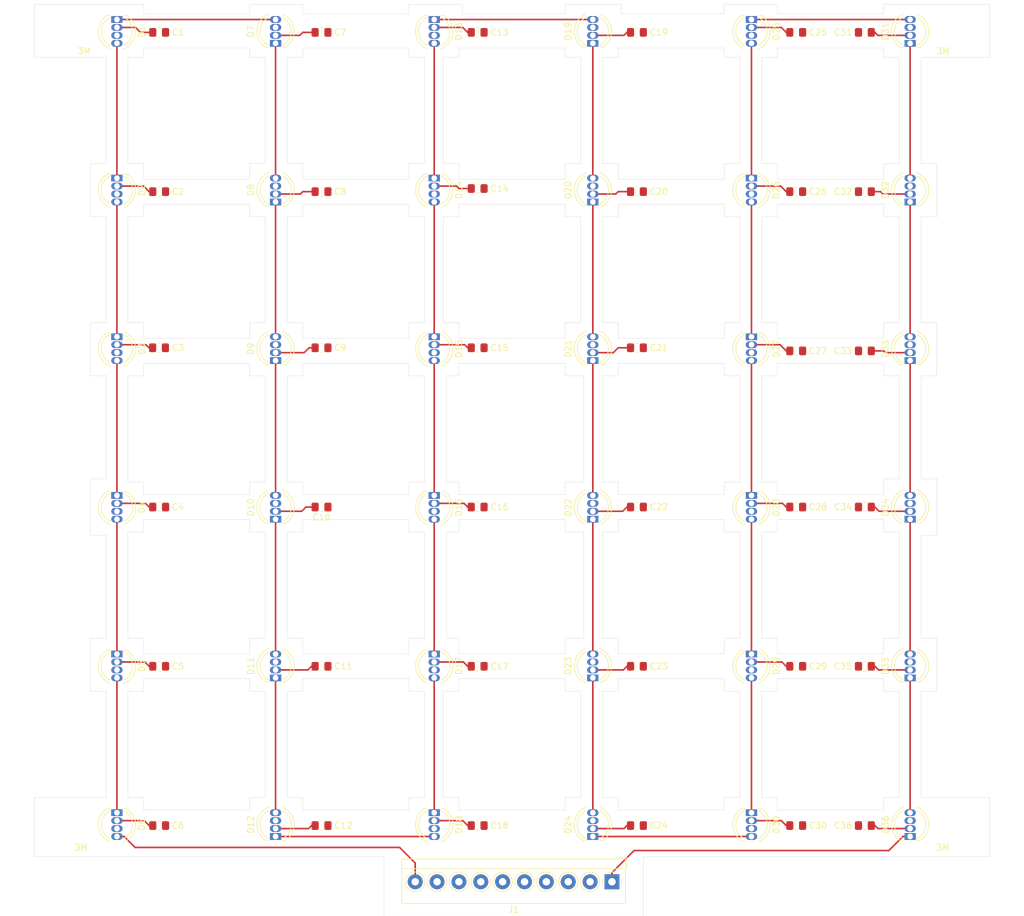
<source format=kicad_pcb>
(kicad_pcb (version 20171130) (host pcbnew "(5.1.5-0-10_14)")
  (layers (0 F.Cu signal) (31 B.Cu signal) (34 B.Paste user) (35 F.Paste user) (36 B.SilkS user) (37 F.SilkS user) (38 B.Mask user) (39 F.Mask user) (44 Edge.Cuts user))
  (net 0 "")
  (net 1 "Net-(D1-Pad1)")
  (net 2 GND)
  (net 3 +5V)
  (net 4 "Net-(D1-Pad4)")
  (net 5 "Net-(D2-Pad4)")
  (net 6 "Net-(D3-Pad4)")
  (net 7 "Net-(D4-Pad4)")
  (net 8 "Net-(D5-Pad4)")
  (net 9 "Net-(D6-Pad4)")
  (net 10 "Net-(D7-Pad1)")
  (net 11 "Net-(D8-Pad1)")
  (net 12 "Net-(D10-Pad4)")
  (net 13 "Net-(D10-Pad1)")
  (net 14 "Net-(D11-Pad1)")
  (net 15 "Net-(D12-Pad1)")
  (net 16 "Net-(D13-Pad1)")
  (net 17 "Net-(D13-Pad4)")
  (net 18 "Net-(D14-Pad4)")
  (net 19 "Net-(D15-Pad4)")
  (net 20 "Net-(D16-Pad4)")
  (net 21 "Net-(D17-Pad4)")
  (net 22 "Net-(D19-Pad1)")
  (net 23 "Net-(D20-Pad1)")
  (net 24 "Net-(D21-Pad1)")
  (net 25 "Net-(D22-Pad1)")
  (net 26 "Net-(D23-Pad1)")
  (net 27 "Net-(D24-Pad1)")
  (net 28 "Net-(D25-Pad1)")
  (net 29 "Net-(D25-Pad4)")
  (net 30 "Net-(D26-Pad4)")
  (net 31 "Net-(D27-Pad4)")
  (net 32 "Net-(D28-Pad4)")
  (net 33 "Net-(D29-Pad4)")
  (net 34 "Net-(D31-Pad1)")
  (net 35 "Net-(D32-Pad1)")
  (net 36 "Net-(D33-Pad1)")
  (net 37 "Net-(D34-Pad1)")
  (net 38 "Net-(D35-Pad1)")
  (net 39 "Net-(D36-Pad1)")
  (module MountingHole:MountingHole_3.2mm_M3 (layer F.Cu) (at 69.5 30)
    (fp_text reference 3M (at 4 3) (layer F.SilkS))
    (fp_text value MountingHole_3.2mm_M3)
    (pad 1 np_thru_hole circle (at 0 0) (size 3.2 3.2) (drill 3.2) (layers *.Cu *.Mask))
  )
  (module MountingHole:MountingHole_3.2mm_M3 (layer F.Cu) (at 214.5 30)
    (fp_text reference 3M (at -3.5 3) (layer F.SilkS))
    (fp_text value MountingHole_3.2mm_M3)
    (pad 1 np_thru_hole circle (at 0 0) (size 3.2 3.2) (drill 3.2) (layers *.Cu *.Mask))
  )
  (module MountingHole:MountingHole_3.2mm_M3 (layer F.Cu) (at 214.5 157)
    (fp_text reference 3M (at -3.5 3.5) (layer F.SilkS))
    (fp_text value MountingHole_3.2mm_M3)
    (pad 1 np_thru_hole circle (at 0 0) (size 3.2 3.2) (drill 3.2) (layers *.Cu *.Mask))
  )
  (module MountingHole:MountingHole_3.2mm_M3 (layer F.Cu) (at 69.5 157)
    (fp_text reference 3M (at 3.5 3.5) (layer F.SilkS))
    (fp_text value MountingHole_3.2mm_M3)
    (pad 1 np_thru_hole circle (at 0 0) (size 3.2 3.2) (drill 3.2) (layers *.Cu *.Mask))
  )
  (module LED_THT:LED_D5.0mm-4_RGB (layer F.Cu) (at 205.74 158.75 90)
    (fp_text reference D36 (at 1.905 -3.96 90) (layer F.SilkS))
    (fp_text value NeoPixel_THT)
    (pad 4 thru_hole oval (at 3.81 0 90) (size 1.07 1.8) (drill 0.9) (layers *.Cu *.Mask) (net 38 "Net-(D35-Pad1)"))
    (pad 3 thru_hole oval (at 2.54 0 90) (size 1.07 1.8) (drill 0.9) (layers *.Cu *.Mask) (net 3 +5V))
    (pad 2 thru_hole oval (at 1.27 0 90) (size 1.07 1.8) (drill 0.9) (layers *.Cu *.Mask) (net 2 GND))
    (pad 1 thru_hole rect (at 0 0 90) (size 1.07 1.8) (drill 0.9) (layers *.Cu *.Mask) (net 39 "Net-(D36-Pad1)"))
  )
  (module LED_THT:LED_D5.0mm-4_RGB (layer F.Cu) (at 78.74 27.94 270)
    (fp_text reference D1 (at 1.905 -3.96 90) (layer F.SilkS))
    (fp_text value NeoPixel_THT)
    (pad 1 thru_hole rect (at 0 0 270) (size 1.07 1.8) (drill 0.9) (layers *.Cu *.Mask) (net 1 "Net-(D1-Pad1)"))
    (pad 2 thru_hole oval (at 1.27 0 270) (size 1.07 1.8) (drill 0.9) (layers *.Cu *.Mask) (net 2 GND))
    (pad 3 thru_hole oval (at 2.54 0 270) (size 1.07 1.8) (drill 0.9) (layers *.Cu *.Mask) (net 3 +5V))
    (pad 4 thru_hole oval (at 3.81 0 270) (size 1.07 1.8) (drill 0.9) (layers *.Cu *.Mask) (net 4 "Net-(D1-Pad4)"))
  )
  (module LED_THT:LED_D5.0mm-4_RGB (layer F.Cu) (at 78.74 53.34 270)
    (fp_text reference D2 (at 1.905 -3.96 90) (layer F.SilkS))
    (fp_text value NeoPixel_THT)
    (pad 4 thru_hole oval (at 3.81 0 270) (size 1.07 1.8) (drill 0.9) (layers *.Cu *.Mask) (net 5 "Net-(D2-Pad4)"))
    (pad 3 thru_hole oval (at 2.54 0 270) (size 1.07 1.8) (drill 0.9) (layers *.Cu *.Mask) (net 3 +5V))
    (pad 2 thru_hole oval (at 1.27 0 270) (size 1.07 1.8) (drill 0.9) (layers *.Cu *.Mask) (net 2 GND))
    (pad 1 thru_hole rect (at 0 0 270) (size 1.07 1.8) (drill 0.9) (layers *.Cu *.Mask) (net 4 "Net-(D1-Pad4)"))
  )
  (module LED_THT:LED_D5.0mm-4_RGB (layer F.Cu) (at 78.74 78.74 270)
    (fp_text reference D3 (at 1.905 -3.96 90) (layer F.SilkS))
    (fp_text value NeoPixel_THT)
    (pad 1 thru_hole rect (at 0 0 270) (size 1.07 1.8) (drill 0.9) (layers *.Cu *.Mask) (net 5 "Net-(D2-Pad4)"))
    (pad 2 thru_hole oval (at 1.27 0 270) (size 1.07 1.8) (drill 0.9) (layers *.Cu *.Mask) (net 2 GND))
    (pad 3 thru_hole oval (at 2.54 0 270) (size 1.07 1.8) (drill 0.9) (layers *.Cu *.Mask) (net 3 +5V))
    (pad 4 thru_hole oval (at 3.81 0 270) (size 1.07 1.8) (drill 0.9) (layers *.Cu *.Mask) (net 6 "Net-(D3-Pad4)"))
  )
  (module LED_THT:LED_D5.0mm-4_RGB (layer F.Cu) (at 78.74 104.14 270)
    (fp_text reference D4 (at 1.905 -3.96 90) (layer F.SilkS))
    (fp_text value NeoPixel_THT)
    (pad 4 thru_hole oval (at 3.81 0 270) (size 1.07 1.8) (drill 0.9) (layers *.Cu *.Mask) (net 7 "Net-(D4-Pad4)"))
    (pad 3 thru_hole oval (at 2.54 0 270) (size 1.07 1.8) (drill 0.9) (layers *.Cu *.Mask) (net 3 +5V))
    (pad 2 thru_hole oval (at 1.27 0 270) (size 1.07 1.8) (drill 0.9) (layers *.Cu *.Mask) (net 2 GND))
    (pad 1 thru_hole rect (at 0 0 270) (size 1.07 1.8) (drill 0.9) (layers *.Cu *.Mask) (net 6 "Net-(D3-Pad4)"))
  )
  (module LED_THT:LED_D5.0mm-4_RGB (layer F.Cu) (at 78.74 129.54 270)
    (fp_text reference D5 (at 1.905 -3.96 90) (layer F.SilkS))
    (fp_text value NeoPixel_THT)
    (pad 4 thru_hole oval (at 3.81 0 270) (size 1.07 1.8) (drill 0.9) (layers *.Cu *.Mask) (net 8 "Net-(D5-Pad4)"))
    (pad 3 thru_hole oval (at 2.54 0 270) (size 1.07 1.8) (drill 0.9) (layers *.Cu *.Mask) (net 3 +5V))
    (pad 2 thru_hole oval (at 1.27 0 270) (size 1.07 1.8) (drill 0.9) (layers *.Cu *.Mask) (net 2 GND))
    (pad 1 thru_hole rect (at 0 0 270) (size 1.07 1.8) (drill 0.9) (layers *.Cu *.Mask) (net 7 "Net-(D4-Pad4)"))
  )
  (module LED_THT:LED_D5.0mm-4_RGB (layer F.Cu) (at 78.74 154.94 270)
    (fp_text reference D6 (at 1.905 -3.96 90) (layer F.SilkS))
    (fp_text value NeoPixel_THT)
    (pad 4 thru_hole oval (at 3.81 0 270) (size 1.07 1.8) (drill 0.9) (layers *.Cu *.Mask) (net 9 "Net-(D6-Pad4)"))
    (pad 3 thru_hole oval (at 2.54 0 270) (size 1.07 1.8) (drill 0.9) (layers *.Cu *.Mask) (net 3 +5V))
    (pad 2 thru_hole oval (at 1.27 0 270) (size 1.07 1.8) (drill 0.9) (layers *.Cu *.Mask) (net 2 GND))
    (pad 1 thru_hole rect (at 0 0 270) (size 1.07 1.8) (drill 0.9) (layers *.Cu *.Mask) (net 8 "Net-(D5-Pad4)"))
  )
  (module LED_THT:LED_D5.0mm-4_RGB (layer F.Cu) (at 104.14 31.75 90)
    (fp_text reference D7 (at 1.905 -3.96 90) (layer F.SilkS))
    (fp_text value NeoPixel_THT)
    (pad 1 thru_hole rect (at 0 0 90) (size 1.07 1.8) (drill 0.9) (layers *.Cu *.Mask) (net 10 "Net-(D7-Pad1)"))
    (pad 2 thru_hole oval (at 1.27 0 90) (size 1.07 1.8) (drill 0.9) (layers *.Cu *.Mask) (net 2 GND))
    (pad 3 thru_hole oval (at 2.54 0 90) (size 1.07 1.8) (drill 0.9) (layers *.Cu *.Mask) (net 3 +5V))
    (pad 4 thru_hole oval (at 3.81 0 90) (size 1.07 1.8) (drill 0.9) (layers *.Cu *.Mask) (net 1 "Net-(D1-Pad1)"))
  )
  (module LED_THT:LED_D5.0mm-4_RGB (layer F.Cu) (at 104.14 57.15 90)
    (fp_text reference D8 (at 1.905 -3.96 90) (layer F.SilkS))
    (fp_text value NeoPixel_THT)
    (pad 4 thru_hole oval (at 3.81 0 90) (size 1.07 1.8) (drill 0.9) (layers *.Cu *.Mask) (net 10 "Net-(D7-Pad1)"))
    (pad 3 thru_hole oval (at 2.54 0 90) (size 1.07 1.8) (drill 0.9) (layers *.Cu *.Mask) (net 3 +5V))
    (pad 2 thru_hole oval (at 1.27 0 90) (size 1.07 1.8) (drill 0.9) (layers *.Cu *.Mask) (net 2 GND))
    (pad 1 thru_hole rect (at 0 0 90) (size 1.07 1.8) (drill 0.9) (layers *.Cu *.Mask) (net 11 "Net-(D8-Pad1)"))
  )
  (module LED_THT:LED_D5.0mm-4_RGB (layer F.Cu) (at 104.14 82.55 90)
    (fp_text reference D9 (at 1.905 -3.96 90) (layer F.SilkS))
    (fp_text value NeoPixel_THT)
    (pad 1 thru_hole rect (at 0 0 90) (size 1.07 1.8) (drill 0.9) (layers *.Cu *.Mask) (net 12 "Net-(D10-Pad4)"))
    (pad 2 thru_hole oval (at 1.27 0 90) (size 1.07 1.8) (drill 0.9) (layers *.Cu *.Mask) (net 2 GND))
    (pad 3 thru_hole oval (at 2.54 0 90) (size 1.07 1.8) (drill 0.9) (layers *.Cu *.Mask) (net 3 +5V))
    (pad 4 thru_hole oval (at 3.81 0 90) (size 1.07 1.8) (drill 0.9) (layers *.Cu *.Mask) (net 11 "Net-(D8-Pad1)"))
  )
  (module LED_THT:LED_D5.0mm-4_RGB (layer F.Cu) (at 104.14 107.95 90)
    (fp_text reference D10 (at 1.905 -3.96 90) (layer F.SilkS))
    (fp_text value NeoPixel_THT)
    (pad 4 thru_hole oval (at 3.81 0 90) (size 1.07 1.8) (drill 0.9) (layers *.Cu *.Mask) (net 12 "Net-(D10-Pad4)"))
    (pad 3 thru_hole oval (at 2.54 0 90) (size 1.07 1.8) (drill 0.9) (layers *.Cu *.Mask) (net 3 +5V))
    (pad 2 thru_hole oval (at 1.27 0 90) (size 1.07 1.8) (drill 0.9) (layers *.Cu *.Mask) (net 2 GND))
    (pad 1 thru_hole rect (at 0 0 90) (size 1.07 1.8) (drill 0.9) (layers *.Cu *.Mask) (net 13 "Net-(D10-Pad1)"))
  )
  (module LED_THT:LED_D5.0mm-4_RGB (layer F.Cu) (at 104.14 133.35 90)
    (fp_text reference D11 (at 1.905 -3.96 90) (layer F.SilkS))
    (fp_text value NeoPixel_THT)
    (pad 4 thru_hole oval (at 3.81 0 90) (size 1.07 1.8) (drill 0.9) (layers *.Cu *.Mask) (net 13 "Net-(D10-Pad1)"))
    (pad 3 thru_hole oval (at 2.54 0 90) (size 1.07 1.8) (drill 0.9) (layers *.Cu *.Mask) (net 3 +5V))
    (pad 2 thru_hole oval (at 1.27 0 90) (size 1.07 1.8) (drill 0.9) (layers *.Cu *.Mask) (net 2 GND))
    (pad 1 thru_hole rect (at 0 0 90) (size 1.07 1.8) (drill 0.9) (layers *.Cu *.Mask) (net 14 "Net-(D11-Pad1)"))
  )
  (module LED_THT:LED_D5.0mm-4_RGB (layer F.Cu) (at 104.14 158.75 90)
    (fp_text reference D12 (at 1.905 -3.96 90) (layer F.SilkS))
    (fp_text value NeoPixel_THT)
    (pad 4 thru_hole oval (at 3.81 0 90) (size 1.07 1.8) (drill 0.9) (layers *.Cu *.Mask) (net 14 "Net-(D11-Pad1)"))
    (pad 3 thru_hole oval (at 2.54 0 90) (size 1.07 1.8) (drill 0.9) (layers *.Cu *.Mask) (net 3 +5V))
    (pad 2 thru_hole oval (at 1.27 0 90) (size 1.07 1.8) (drill 0.9) (layers *.Cu *.Mask) (net 2 GND))
    (pad 1 thru_hole rect (at 0 0 90) (size 1.07 1.8) (drill 0.9) (layers *.Cu *.Mask) (net 15 "Net-(D12-Pad1)"))
  )
  (module LED_THT:LED_D5.0mm-4_RGB (layer F.Cu) (at 129.54 27.94 270)
    (fp_text reference D13 (at 1.905 -3.96 90) (layer F.SilkS))
    (fp_text value NeoPixel_THT)
    (pad 1 thru_hole rect (at 0 0 270) (size 1.07 1.8) (drill 0.9) (layers *.Cu *.Mask) (net 16 "Net-(D13-Pad1)"))
    (pad 2 thru_hole oval (at 1.27 0 270) (size 1.07 1.8) (drill 0.9) (layers *.Cu *.Mask) (net 2 GND))
    (pad 3 thru_hole oval (at 2.54 0 270) (size 1.07 1.8) (drill 0.9) (layers *.Cu *.Mask) (net 3 +5V))
    (pad 4 thru_hole oval (at 3.81 0 270) (size 1.07 1.8) (drill 0.9) (layers *.Cu *.Mask) (net 17 "Net-(D13-Pad4)"))
  )
  (module LED_THT:LED_D5.0mm-4_RGB (layer F.Cu) (at 129.54 53.34 270)
    (fp_text reference D14 (at 1.905 -3.96 90) (layer F.SilkS))
    (fp_text value NeoPixel_THT)
    (pad 4 thru_hole oval (at 3.81 0 270) (size 1.07 1.8) (drill 0.9) (layers *.Cu *.Mask) (net 18 "Net-(D14-Pad4)"))
    (pad 3 thru_hole oval (at 2.54 0 270) (size 1.07 1.8) (drill 0.9) (layers *.Cu *.Mask) (net 3 +5V))
    (pad 2 thru_hole oval (at 1.27 0 270) (size 1.07 1.8) (drill 0.9) (layers *.Cu *.Mask) (net 2 GND))
    (pad 1 thru_hole rect (at 0 0 270) (size 1.07 1.8) (drill 0.9) (layers *.Cu *.Mask) (net 17 "Net-(D13-Pad4)"))
  )
  (module LED_THT:LED_D5.0mm-4_RGB (layer F.Cu) (at 129.54 78.74 270)
    (fp_text reference D15 (at 1.905 -3.96 90) (layer F.SilkS))
    (fp_text value NeoPixel_THT)
    (pad 1 thru_hole rect (at 0 0 270) (size 1.07 1.8) (drill 0.9) (layers *.Cu *.Mask) (net 18 "Net-(D14-Pad4)"))
    (pad 2 thru_hole oval (at 1.27 0 270) (size 1.07 1.8) (drill 0.9) (layers *.Cu *.Mask) (net 2 GND))
    (pad 3 thru_hole oval (at 2.54 0 270) (size 1.07 1.8) (drill 0.9) (layers *.Cu *.Mask) (net 3 +5V))
    (pad 4 thru_hole oval (at 3.81 0 270) (size 1.07 1.8) (drill 0.9) (layers *.Cu *.Mask) (net 19 "Net-(D15-Pad4)"))
  )
  (module LED_THT:LED_D5.0mm-4_RGB (layer F.Cu) (at 129.54 104.14 270)
    (fp_text reference D16 (at 1.905 -3.96 90) (layer F.SilkS))
    (fp_text value NeoPixel_THT)
    (pad 4 thru_hole oval (at 3.81 0 270) (size 1.07 1.8) (drill 0.9) (layers *.Cu *.Mask) (net 20 "Net-(D16-Pad4)"))
    (pad 3 thru_hole oval (at 2.54 0 270) (size 1.07 1.8) (drill 0.9) (layers *.Cu *.Mask) (net 3 +5V))
    (pad 2 thru_hole oval (at 1.27 0 270) (size 1.07 1.8) (drill 0.9) (layers *.Cu *.Mask) (net 2 GND))
    (pad 1 thru_hole rect (at 0 0 270) (size 1.07 1.8) (drill 0.9) (layers *.Cu *.Mask) (net 19 "Net-(D15-Pad4)"))
  )
  (module LED_THT:LED_D5.0mm-4_RGB (layer F.Cu) (at 129.54 129.54 270)
    (fp_text reference D17 (at 1.905 -3.96 90) (layer F.SilkS))
    (fp_text value NeoPixel_THT)
    (pad 4 thru_hole oval (at 3.81 0 270) (size 1.07 1.8) (drill 0.9) (layers *.Cu *.Mask) (net 21 "Net-(D17-Pad4)"))
    (pad 3 thru_hole oval (at 2.54 0 270) (size 1.07 1.8) (drill 0.9) (layers *.Cu *.Mask) (net 3 +5V))
    (pad 2 thru_hole oval (at 1.27 0 270) (size 1.07 1.8) (drill 0.9) (layers *.Cu *.Mask) (net 2 GND))
    (pad 1 thru_hole rect (at 0 0 270) (size 1.07 1.8) (drill 0.9) (layers *.Cu *.Mask) (net 20 "Net-(D16-Pad4)"))
  )
  (module LED_THT:LED_D5.0mm-4_RGB (layer F.Cu) (at 129.54 154.94 270)
    (fp_text reference D18 (at 1.905 -3.96 90) (layer F.SilkS))
    (fp_text value NeoPixel_THT)
    (pad 4 thru_hole oval (at 3.81 0 270) (size 1.07 1.8) (drill 0.9) (layers *.Cu *.Mask) (net 15 "Net-(D12-Pad1)"))
    (pad 3 thru_hole oval (at 2.54 0 270) (size 1.07 1.8) (drill 0.9) (layers *.Cu *.Mask) (net 3 +5V))
    (pad 2 thru_hole oval (at 1.27 0 270) (size 1.07 1.8) (drill 0.9) (layers *.Cu *.Mask) (net 2 GND))
    (pad 1 thru_hole rect (at 0 0 270) (size 1.07 1.8) (drill 0.9) (layers *.Cu *.Mask) (net 21 "Net-(D17-Pad4)"))
  )
  (module LED_THT:LED_D5.0mm-4_RGB (layer F.Cu) (at 154.94 31.75 90)
    (fp_text reference D19 (at 1.905 -3.96 90) (layer F.SilkS))
    (fp_text value NeoPixel_THT)
    (pad 4 thru_hole oval (at 3.81 0 90) (size 1.07 1.8) (drill 0.9) (layers *.Cu *.Mask) (net 16 "Net-(D13-Pad1)"))
    (pad 3 thru_hole oval (at 2.54 0 90) (size 1.07 1.8) (drill 0.9) (layers *.Cu *.Mask) (net 3 +5V))
    (pad 2 thru_hole oval (at 1.27 0 90) (size 1.07 1.8) (drill 0.9) (layers *.Cu *.Mask) (net 2 GND))
    (pad 1 thru_hole rect (at 0 0 90) (size 1.07 1.8) (drill 0.9) (layers *.Cu *.Mask) (net 22 "Net-(D19-Pad1)"))
  )
  (module LED_THT:LED_D5.0mm-4_RGB (layer F.Cu) (at 154.94 57.15 90)
    (fp_text reference D20 (at 1.905 -3.96 90) (layer F.SilkS))
    (fp_text value NeoPixel_THT)
    (pad 4 thru_hole oval (at 3.81 0 90) (size 1.07 1.8) (drill 0.9) (layers *.Cu *.Mask) (net 22 "Net-(D19-Pad1)"))
    (pad 3 thru_hole oval (at 2.54 0 90) (size 1.07 1.8) (drill 0.9) (layers *.Cu *.Mask) (net 3 +5V))
    (pad 2 thru_hole oval (at 1.27 0 90) (size 1.07 1.8) (drill 0.9) (layers *.Cu *.Mask) (net 2 GND))
    (pad 1 thru_hole rect (at 0 0 90) (size 1.07 1.8) (drill 0.9) (layers *.Cu *.Mask) (net 23 "Net-(D20-Pad1)"))
  )
  (module LED_THT:LED_D5.0mm-4_RGB (layer F.Cu) (at 154.94 82.55 90)
    (fp_text reference D21 (at 1.905 -3.96 90) (layer F.SilkS))
    (fp_text value NeoPixel_THT)
    (pad 1 thru_hole rect (at 0 0 90) (size 1.07 1.8) (drill 0.9) (layers *.Cu *.Mask) (net 24 "Net-(D21-Pad1)"))
    (pad 2 thru_hole oval (at 1.27 0 90) (size 1.07 1.8) (drill 0.9) (layers *.Cu *.Mask) (net 2 GND))
    (pad 3 thru_hole oval (at 2.54 0 90) (size 1.07 1.8) (drill 0.9) (layers *.Cu *.Mask) (net 3 +5V))
    (pad 4 thru_hole oval (at 3.81 0 90) (size 1.07 1.8) (drill 0.9) (layers *.Cu *.Mask) (net 23 "Net-(D20-Pad1)"))
  )
  (module LED_THT:LED_D5.0mm-4_RGB (layer F.Cu) (at 154.94 107.95 90)
    (fp_text reference D22 (at 1.905 -3.96 90) (layer F.SilkS))
    (fp_text value NeoPixel_THT)
    (pad 4 thru_hole oval (at 3.81 0 90) (size 1.07 1.8) (drill 0.9) (layers *.Cu *.Mask) (net 24 "Net-(D21-Pad1)"))
    (pad 3 thru_hole oval (at 2.54 0 90) (size 1.07 1.8) (drill 0.9) (layers *.Cu *.Mask) (net 3 +5V))
    (pad 2 thru_hole oval (at 1.27 0 90) (size 1.07 1.8) (drill 0.9) (layers *.Cu *.Mask) (net 2 GND))
    (pad 1 thru_hole rect (at 0 0 90) (size 1.07 1.8) (drill 0.9) (layers *.Cu *.Mask) (net 25 "Net-(D22-Pad1)"))
  )
  (module LED_THT:LED_D5.0mm-4_RGB (layer F.Cu) (at 154.94 133.35 90)
    (fp_text reference D23 (at 1.905 -3.96 90) (layer F.SilkS))
    (fp_text value NeoPixel_THT)
    (pad 4 thru_hole oval (at 3.81 0 90) (size 1.07 1.8) (drill 0.9) (layers *.Cu *.Mask) (net 25 "Net-(D22-Pad1)"))
    (pad 3 thru_hole oval (at 2.54 0 90) (size 1.07 1.8) (drill 0.9) (layers *.Cu *.Mask) (net 3 +5V))
    (pad 2 thru_hole oval (at 1.27 0 90) (size 1.07 1.8) (drill 0.9) (layers *.Cu *.Mask) (net 2 GND))
    (pad 1 thru_hole rect (at 0 0 90) (size 1.07 1.8) (drill 0.9) (layers *.Cu *.Mask) (net 26 "Net-(D23-Pad1)"))
  )
  (module LED_THT:LED_D5.0mm-4_RGB (layer F.Cu) (at 154.94 158.75 90)
    (fp_text reference D24 (at 1.905 -3.96 90) (layer F.SilkS))
    (fp_text value NeoPixel_THT)
    (pad 4 thru_hole oval (at 3.81 0 90) (size 1.07 1.8) (drill 0.9) (layers *.Cu *.Mask) (net 26 "Net-(D23-Pad1)"))
    (pad 3 thru_hole oval (at 2.54 0 90) (size 1.07 1.8) (drill 0.9) (layers *.Cu *.Mask) (net 3 +5V))
    (pad 2 thru_hole oval (at 1.27 0 90) (size 1.07 1.8) (drill 0.9) (layers *.Cu *.Mask) (net 2 GND))
    (pad 1 thru_hole rect (at 0 0 90) (size 1.07 1.8) (drill 0.9) (layers *.Cu *.Mask) (net 27 "Net-(D24-Pad1)"))
  )
  (module LED_THT:LED_D5.0mm-4_RGB (layer F.Cu) (at 180.34 27.94 270)
    (fp_text reference D25 (at 1.905 -3.96 90) (layer F.SilkS))
    (fp_text value NeoPixel_THT)
    (pad 1 thru_hole rect (at 0 0 270) (size 1.07 1.8) (drill 0.9) (layers *.Cu *.Mask) (net 28 "Net-(D25-Pad1)"))
    (pad 2 thru_hole oval (at 1.27 0 270) (size 1.07 1.8) (drill 0.9) (layers *.Cu *.Mask) (net 2 GND))
    (pad 3 thru_hole oval (at 2.54 0 270) (size 1.07 1.8) (drill 0.9) (layers *.Cu *.Mask) (net 3 +5V))
    (pad 4 thru_hole oval (at 3.81 0 270) (size 1.07 1.8) (drill 0.9) (layers *.Cu *.Mask) (net 29 "Net-(D25-Pad4)"))
  )
  (module LED_THT:LED_D5.0mm-4_RGB (layer F.Cu) (at 180.34 53.34 270)
    (fp_text reference D26 (at 1.905 -3.96 90) (layer F.SilkS))
    (fp_text value NeoPixel_THT)
    (pad 4 thru_hole oval (at 3.81 0 270) (size 1.07 1.8) (drill 0.9) (layers *.Cu *.Mask) (net 30 "Net-(D26-Pad4)"))
    (pad 3 thru_hole oval (at 2.54 0 270) (size 1.07 1.8) (drill 0.9) (layers *.Cu *.Mask) (net 3 +5V))
    (pad 2 thru_hole oval (at 1.27 0 270) (size 1.07 1.8) (drill 0.9) (layers *.Cu *.Mask) (net 2 GND))
    (pad 1 thru_hole rect (at 0 0 270) (size 1.07 1.8) (drill 0.9) (layers *.Cu *.Mask) (net 29 "Net-(D25-Pad4)"))
  )
  (module LED_THT:LED_D5.0mm-4_RGB (layer F.Cu) (at 180.34 78.74 270)
    (fp_text reference D27 (at 1.905 -3.96 90) (layer F.SilkS))
    (fp_text value NeoPixel_THT)
    (pad 1 thru_hole rect (at 0 0 270) (size 1.07 1.8) (drill 0.9) (layers *.Cu *.Mask) (net 30 "Net-(D26-Pad4)"))
    (pad 2 thru_hole oval (at 1.27 0 270) (size 1.07 1.8) (drill 0.9) (layers *.Cu *.Mask) (net 2 GND))
    (pad 3 thru_hole oval (at 2.54 0 270) (size 1.07 1.8) (drill 0.9) (layers *.Cu *.Mask) (net 3 +5V))
    (pad 4 thru_hole oval (at 3.81 0 270) (size 1.07 1.8) (drill 0.9) (layers *.Cu *.Mask) (net 31 "Net-(D27-Pad4)"))
  )
  (module LED_THT:LED_D5.0mm-4_RGB (layer F.Cu) (at 180.34 104.14 270)
    (fp_text reference D28 (at 1.905 -3.96 90) (layer F.SilkS))
    (fp_text value NeoPixel_THT)
    (pad 4 thru_hole oval (at 3.81 0 270) (size 1.07 1.8) (drill 0.9) (layers *.Cu *.Mask) (net 32 "Net-(D28-Pad4)"))
    (pad 3 thru_hole oval (at 2.54 0 270) (size 1.07 1.8) (drill 0.9) (layers *.Cu *.Mask) (net 3 +5V))
    (pad 2 thru_hole oval (at 1.27 0 270) (size 1.07 1.8) (drill 0.9) (layers *.Cu *.Mask) (net 2 GND))
    (pad 1 thru_hole rect (at 0 0 270) (size 1.07 1.8) (drill 0.9) (layers *.Cu *.Mask) (net 31 "Net-(D27-Pad4)"))
  )
  (module LED_THT:LED_D5.0mm-4_RGB (layer F.Cu) (at 180.34 129.54 270)
    (fp_text reference D29 (at 1.905 -3.96 90) (layer F.SilkS))
    (fp_text value NeoPixel_THT)
    (pad 4 thru_hole oval (at 3.81 0 270) (size 1.07 1.8) (drill 0.9) (layers *.Cu *.Mask) (net 33 "Net-(D29-Pad4)"))
    (pad 3 thru_hole oval (at 2.54 0 270) (size 1.07 1.8) (drill 0.9) (layers *.Cu *.Mask) (net 3 +5V))
    (pad 2 thru_hole oval (at 1.27 0 270) (size 1.07 1.8) (drill 0.9) (layers *.Cu *.Mask) (net 2 GND))
    (pad 1 thru_hole rect (at 0 0 270) (size 1.07 1.8) (drill 0.9) (layers *.Cu *.Mask) (net 32 "Net-(D28-Pad4)"))
  )
  (module LED_THT:LED_D5.0mm-4_RGB (layer F.Cu) (at 180.34 154.94 270)
    (fp_text reference D30 (at 1.905 -3.96 90) (layer F.SilkS))
    (fp_text value NeoPixel_THT)
    (pad 4 thru_hole oval (at 3.81 0 270) (size 1.07 1.8) (drill 0.9) (layers *.Cu *.Mask) (net 27 "Net-(D24-Pad1)"))
    (pad 3 thru_hole oval (at 2.54 0 270) (size 1.07 1.8) (drill 0.9) (layers *.Cu *.Mask) (net 3 +5V))
    (pad 2 thru_hole oval (at 1.27 0 270) (size 1.07 1.8) (drill 0.9) (layers *.Cu *.Mask) (net 2 GND))
    (pad 1 thru_hole rect (at 0 0 270) (size 1.07 1.8) (drill 0.9) (layers *.Cu *.Mask) (net 33 "Net-(D29-Pad4)"))
  )
  (module LED_THT:LED_D5.0mm-4_RGB (layer F.Cu) (at 205.74 31.75 90)
    (fp_text reference D31 (at 1.905 -3.96 90) (layer F.SilkS))
    (fp_text value NeoPixel_THT)
    (pad 1 thru_hole rect (at 0 0 90) (size 1.07 1.8) (drill 0.9) (layers *.Cu *.Mask) (net 34 "Net-(D31-Pad1)"))
    (pad 2 thru_hole oval (at 1.27 0 90) (size 1.07 1.8) (drill 0.9) (layers *.Cu *.Mask) (net 2 GND))
    (pad 3 thru_hole oval (at 2.54 0 90) (size 1.07 1.8) (drill 0.9) (layers *.Cu *.Mask) (net 3 +5V))
    (pad 4 thru_hole oval (at 3.81 0 90) (size 1.07 1.8) (drill 0.9) (layers *.Cu *.Mask) (net 28 "Net-(D25-Pad1)"))
  )
  (module LED_THT:LED_D5.0mm-4_RGB (layer F.Cu) (at 205.74 57.15 90)
    (fp_text reference D32 (at 1.905 -3.96 90) (layer F.SilkS))
    (fp_text value NeoPixel_THT)
    (pad 4 thru_hole oval (at 3.81 0 90) (size 1.07 1.8) (drill 0.9) (layers *.Cu *.Mask) (net 34 "Net-(D31-Pad1)"))
    (pad 3 thru_hole oval (at 2.54 0 90) (size 1.07 1.8) (drill 0.9) (layers *.Cu *.Mask) (net 3 +5V))
    (pad 2 thru_hole oval (at 1.27 0 90) (size 1.07 1.8) (drill 0.9) (layers *.Cu *.Mask) (net 2 GND))
    (pad 1 thru_hole rect (at 0 0 90) (size 1.07 1.8) (drill 0.9) (layers *.Cu *.Mask) (net 35 "Net-(D32-Pad1)"))
  )
  (module LED_THT:LED_D5.0mm-4_RGB (layer F.Cu) (at 205.74 82.55 90)
    (fp_text reference D33 (at 1.905 -3.96 90) (layer F.SilkS))
    (fp_text value NeoPixel_THT)
    (pad 1 thru_hole rect (at 0 0 90) (size 1.07 1.8) (drill 0.9) (layers *.Cu *.Mask) (net 36 "Net-(D33-Pad1)"))
    (pad 2 thru_hole oval (at 1.27 0 90) (size 1.07 1.8) (drill 0.9) (layers *.Cu *.Mask) (net 2 GND))
    (pad 3 thru_hole oval (at 2.54 0 90) (size 1.07 1.8) (drill 0.9) (layers *.Cu *.Mask) (net 3 +5V))
    (pad 4 thru_hole oval (at 3.81 0 90) (size 1.07 1.8) (drill 0.9) (layers *.Cu *.Mask) (net 35 "Net-(D32-Pad1)"))
  )
  (module LED_THT:LED_D5.0mm-4_RGB (layer F.Cu) (at 205.74 107.95 90)
    (fp_text reference D34 (at 1.905 -3.96 90) (layer F.SilkS))
    (fp_text value NeoPixel_THT)
    (pad 4 thru_hole oval (at 3.81 0 90) (size 1.07 1.8) (drill 0.9) (layers *.Cu *.Mask) (net 36 "Net-(D33-Pad1)"))
    (pad 3 thru_hole oval (at 2.54 0 90) (size 1.07 1.8) (drill 0.9) (layers *.Cu *.Mask) (net 3 +5V))
    (pad 2 thru_hole oval (at 1.27 0 90) (size 1.07 1.8) (drill 0.9) (layers *.Cu *.Mask) (net 2 GND))
    (pad 1 thru_hole rect (at 0 0 90) (size 1.07 1.8) (drill 0.9) (layers *.Cu *.Mask) (net 37 "Net-(D34-Pad1)"))
  )
  (module LED_THT:LED_D5.0mm-4_RGB (layer F.Cu) (at 205.74 133.35 90)
    (fp_text reference D35 (at 1.905 -3.96 90) (layer F.SilkS))
    (fp_text value NeoPixel_THT)
    (pad 4 thru_hole oval (at 3.81 0 90) (size 1.07 1.8) (drill 0.9) (layers *.Cu *.Mask) (net 37 "Net-(D34-Pad1)"))
    (pad 3 thru_hole oval (at 2.54 0 90) (size 1.07 1.8) (drill 0.9) (layers *.Cu *.Mask) (net 3 +5V))
    (pad 2 thru_hole oval (at 1.27 0 90) (size 1.07 1.8) (drill 0.9) (layers *.Cu *.Mask) (net 2 GND))
    (pad 1 thru_hole rect (at 0 0 90) (size 1.07 1.8) (drill 0.9) (layers *.Cu *.Mask) (net 38 "Net-(D35-Pad1)"))
  )
  (module TerminalBlock_4Ucon:TerminalBlock_4Ucon_1x10_P3.50mm_Horizontal (layer F.Cu) (at 158 166 180)
    (fp_text reference J1 (at 15.75 -4.46) (layer F.SilkS))
    (fp_text value Conn_01x10)
    (pad 10 thru_hole circle (at 31.5 0 180) (size 2.4 2.4) (drill 1.2) (layers *.Cu *.Mask) (net 9 "Net-(D6-Pad4)"))
    (pad 9 thru_hole circle (at 28 0 180) (size 2.4 2.4) (drill 1.2) (layers *.Cu *.Mask) (net 2 GND))
    (pad 8 thru_hole circle (at 24.5 0 180) (size 2.4 2.4) (drill 1.2) (layers *.Cu *.Mask) (net 3 +5V))
    (pad 7 thru_hole circle (at 21 0 180) (size 2.4 2.4) (drill 1.2) (layers *.Cu *.Mask) (net 2 GND))
    (pad 6 thru_hole circle (at 17.5 0 180) (size 2.4 2.4) (drill 1.2) (layers *.Cu *.Mask) (net 3 +5V))
    (pad 5 thru_hole circle (at 14 0 180) (size 2.4 2.4) (drill 1.2) (layers *.Cu *.Mask) (net 2 GND))
    (pad 4 thru_hole circle (at 10.5 0 180) (size 2.4 2.4) (drill 1.2) (layers *.Cu *.Mask) (net 3 +5V))
    (pad 3 thru_hole circle (at 7 0 180) (size 2.4 2.4) (drill 1.2) (layers *.Cu *.Mask) (net 2 GND))
    (pad 2 thru_hole circle (at 3.5 0 180) (size 2.4 2.4) (drill 1.2) (layers *.Cu *.Mask) (net 3 +5V))
    (pad 1 thru_hole rect (at 0 0 180) (size 2.4 2.4) (drill 1.2) (layers *.Cu *.Mask) (net 39 "Net-(D36-Pad1)"))
  )
  (module Capacitor_SMD:C_0805_2012Metric_Pad1.15x1.40mm_HandSolder (layer F.Cu) (at 198.5 157)
    (fp_text reference C36 (at -3.5 0) (layer F.SilkS))
    (fp_text value 0.1µ)
    (pad 2 smd roundrect (at 1.025 0) (size 1.15 1.4) (layers F.Cu F.Paste F.Mask) (roundrect_rratio 0.217391) (net 2 GND))
    (pad 1 smd roundrect (at -1.025 0) (size 1.15 1.4) (layers F.Cu F.Paste F.Mask) (roundrect_rratio 0.217391) (net 3 +5V))
  )
  (module Capacitor_SMD:C_0805_2012Metric_Pad1.15x1.40mm_HandSolder (layer F.Cu) (at 198.5 131.5)
    (fp_text reference C35 (at -3.5 0) (layer F.SilkS))
    (fp_text value 0.1µ)
    (pad 2 smd roundrect (at 1.025 0) (size 1.15 1.4) (layers F.Cu F.Paste F.Mask) (roundrect_rratio 0.217391) (net 2 GND))
    (pad 1 smd roundrect (at -1.025 0) (size 1.15 1.4) (layers F.Cu F.Paste F.Mask) (roundrect_rratio 0.217391) (net 3 +5V))
  )
  (module Capacitor_SMD:C_0805_2012Metric_Pad1.15x1.40mm_HandSolder (layer F.Cu) (at 198.5 106)
    (fp_text reference C34 (at -3.5 0) (layer F.SilkS))
    (fp_text value 0.1µ)
    (pad 2 smd roundrect (at 1.025 0) (size 1.15 1.4) (layers F.Cu F.Paste F.Mask) (roundrect_rratio 0.217391) (net 2 GND))
    (pad 1 smd roundrect (at -1.025 0) (size 1.15 1.4) (layers F.Cu F.Paste F.Mask) (roundrect_rratio 0.217391) (net 3 +5V))
  )
  (module Capacitor_SMD:C_0805_2012Metric_Pad1.15x1.40mm_HandSolder (layer F.Cu) (at 198.5 81)
    (fp_text reference C33 (at -3.5 0) (layer F.SilkS))
    (fp_text value 0.1µ)
    (pad 2 smd roundrect (at 1.025 0) (size 1.15 1.4) (layers F.Cu F.Paste F.Mask) (roundrect_rratio 0.217391) (net 2 GND))
    (pad 1 smd roundrect (at -1.025 0) (size 1.15 1.4) (layers F.Cu F.Paste F.Mask) (roundrect_rratio 0.217391) (net 3 +5V))
  )
  (module Capacitor_SMD:C_0805_2012Metric_Pad1.15x1.40mm_HandSolder (layer F.Cu) (at 198.5 55.5)
    (fp_text reference C32 (at -3.5 0) (layer F.SilkS))
    (fp_text value 0.1µ)
    (pad 2 smd roundrect (at 1.025 0) (size 1.15 1.4) (layers F.Cu F.Paste F.Mask) (roundrect_rratio 0.217391) (net 2 GND))
    (pad 1 smd roundrect (at -1.025 0) (size 1.15 1.4) (layers F.Cu F.Paste F.Mask) (roundrect_rratio 0.217391) (net 3 +5V))
  )
  (module Capacitor_SMD:C_0805_2012Metric_Pad1.15x1.40mm_HandSolder (layer F.Cu) (at 198.5 30)
    (fp_text reference C31 (at -3.5 0) (layer F.SilkS))
    (fp_text value 0.1µ)
    (pad 2 smd roundrect (at 1.025 0) (size 1.15 1.4) (layers F.Cu F.Paste F.Mask) (roundrect_rratio 0.217391) (net 2 GND))
    (pad 1 smd roundrect (at -1.025 0) (size 1.15 1.4) (layers F.Cu F.Paste F.Mask) (roundrect_rratio 0.217391) (net 3 +5V))
  )
  (module Capacitor_SMD:C_0805_2012Metric_Pad1.15x1.40mm_HandSolder (layer F.Cu) (at 187.5 157 180)
    (fp_text reference C30 (at -3.5 0) (layer F.SilkS))
    (fp_text value 0.1µ)
    (pad 2 smd roundrect (at 1.025 0 180) (size 1.15 1.4) (layers F.Cu F.Paste F.Mask) (roundrect_rratio 0.217391) (net 2 GND))
    (pad 1 smd roundrect (at -1.025 0 180) (size 1.15 1.4) (layers F.Cu F.Paste F.Mask) (roundrect_rratio 0.217391) (net 3 +5V))
  )
  (module Capacitor_SMD:C_0805_2012Metric_Pad1.15x1.40mm_HandSolder (layer F.Cu) (at 187.5 131.5 180)
    (fp_text reference C29 (at -3.5 0) (layer F.SilkS))
    (fp_text value 0.1µ)
    (pad 1 smd roundrect (at -1.025 0 180) (size 1.15 1.4) (layers F.Cu F.Paste F.Mask) (roundrect_rratio 0.217391) (net 3 +5V))
    (pad 2 smd roundrect (at 1.025 0 180) (size 1.15 1.4) (layers F.Cu F.Paste F.Mask) (roundrect_rratio 0.217391) (net 2 GND))
  )
  (module Capacitor_SMD:C_0805_2012Metric_Pad1.15x1.40mm_HandSolder (layer F.Cu) (at 187.5 106 180)
    (fp_text reference C28 (at -3.5 0) (layer F.SilkS))
    (fp_text value 0.1µ)
    (pad 2 smd roundrect (at 1.025 0 180) (size 1.15 1.4) (layers F.Cu F.Paste F.Mask) (roundrect_rratio 0.217391) (net 2 GND))
    (pad 1 smd roundrect (at -1.025 0 180) (size 1.15 1.4) (layers F.Cu F.Paste F.Mask) (roundrect_rratio 0.217391) (net 3 +5V))
  )
  (module Capacitor_SMD:C_0805_2012Metric_Pad1.15x1.40mm_HandSolder (layer F.Cu) (at 187.5 81 180)
    (fp_text reference C27 (at -3.5 0) (layer F.SilkS))
    (fp_text value 0.1µ)
    (pad 2 smd roundrect (at 1.025 0 180) (size 1.15 1.4) (layers F.Cu F.Paste F.Mask) (roundrect_rratio 0.217391) (net 2 GND))
    (pad 1 smd roundrect (at -1.025 0 180) (size 1.15 1.4) (layers F.Cu F.Paste F.Mask) (roundrect_rratio 0.217391) (net 3 +5V))
  )
  (module Capacitor_SMD:C_0805_2012Metric_Pad1.15x1.40mm_HandSolder (layer F.Cu) (at 187.5 55.5 180)
    (fp_text reference C26 (at -3.5 0) (layer F.SilkS))
    (fp_text value 0.1µ)
    (pad 2 smd roundrect (at 1.025 0 180) (size 1.15 1.4) (layers F.Cu F.Paste F.Mask) (roundrect_rratio 0.217391) (net 2 GND))
    (pad 1 smd roundrect (at -1.025 0 180) (size 1.15 1.4) (layers F.Cu F.Paste F.Mask) (roundrect_rratio 0.217391) (net 3 +5V))
  )
  (module Capacitor_SMD:C_0805_2012Metric_Pad1.15x1.40mm_HandSolder (layer F.Cu) (at 187.5 30 180)
    (fp_text reference C25 (at -3.5 0) (layer F.SilkS))
    (fp_text value 0.1µ)
    (pad 2 smd roundrect (at 1.025 0 180) (size 1.15 1.4) (layers F.Cu F.Paste F.Mask) (roundrect_rratio 0.217391) (net 2 GND))
    (pad 1 smd roundrect (at -1.025 0 180) (size 1.15 1.4) (layers F.Cu F.Paste F.Mask) (roundrect_rratio 0.217391) (net 3 +5V))
  )
  (module Capacitor_SMD:C_0805_2012Metric_Pad1.15x1.40mm_HandSolder (layer F.Cu) (at 162 157 180)
    (fp_text reference C24 (at -3.5 0) (layer F.SilkS))
    (fp_text value 0.1µ)
    (pad 2 smd roundrect (at 1.025 0 180) (size 1.15 1.4) (layers F.Cu F.Paste F.Mask) (roundrect_rratio 0.217391) (net 2 GND))
    (pad 1 smd roundrect (at -1.025 0 180) (size 1.15 1.4) (layers F.Cu F.Paste F.Mask) (roundrect_rratio 0.217391) (net 3 +5V))
  )
  (module Capacitor_SMD:C_0805_2012Metric_Pad1.15x1.40mm_HandSolder (layer F.Cu) (at 162 131.5 180)
    (fp_text reference C23 (at -3.5 0) (layer F.SilkS))
    (fp_text value 0.1µ)
    (pad 2 smd roundrect (at 1.025 0 180) (size 1.15 1.4) (layers F.Cu F.Paste F.Mask) (roundrect_rratio 0.217391) (net 2 GND))
    (pad 1 smd roundrect (at -1.025 0 180) (size 1.15 1.4) (layers F.Cu F.Paste F.Mask) (roundrect_rratio 0.217391) (net 3 +5V))
  )
  (module Capacitor_SMD:C_0805_2012Metric_Pad1.15x1.40mm_HandSolder (layer F.Cu) (at 162 106 180)
    (fp_text reference C22 (at -3.5 0) (layer F.SilkS))
    (fp_text value 0.1µ)
    (pad 2 smd roundrect (at 1.025 0 180) (size 1.15 1.4) (layers F.Cu F.Paste F.Mask) (roundrect_rratio 0.217391) (net 2 GND))
    (pad 1 smd roundrect (at -1.025 0 180) (size 1.15 1.4) (layers F.Cu F.Paste F.Mask) (roundrect_rratio 0.217391) (net 3 +5V))
  )
  (module Capacitor_SMD:C_0805_2012Metric_Pad1.15x1.40mm_HandSolder (layer F.Cu) (at 162 80.5 180)
    (fp_text reference C21 (at -3.5 0) (layer F.SilkS))
    (fp_text value 0.1µ)
    (pad 2 smd roundrect (at 1.025 0 180) (size 1.15 1.4) (layers F.Cu F.Paste F.Mask) (roundrect_rratio 0.217391) (net 2 GND))
    (pad 1 smd roundrect (at -1.025 0 180) (size 1.15 1.4) (layers F.Cu F.Paste F.Mask) (roundrect_rratio 0.217391) (net 3 +5V))
  )
  (module Capacitor_SMD:C_0805_2012Metric_Pad1.15x1.40mm_HandSolder (layer F.Cu) (at 162 55.5 180)
    (fp_text reference C20 (at -3.5 0) (layer F.SilkS))
    (fp_text value 0.1µ)
    (pad 2 smd roundrect (at 1.025 0 180) (size 1.15 1.4) (layers F.Cu F.Paste F.Mask) (roundrect_rratio 0.217391) (net 2 GND))
    (pad 1 smd roundrect (at -1.025 0 180) (size 1.15 1.4) (layers F.Cu F.Paste F.Mask) (roundrect_rratio 0.217391) (net 3 +5V))
  )
  (module Capacitor_SMD:C_0805_2012Metric_Pad1.15x1.40mm_HandSolder (layer F.Cu) (at 162 30 180)
    (fp_text reference C19 (at -3.5 0) (layer F.SilkS))
    (fp_text value 0.1µ)
    (pad 2 smd roundrect (at 1.025 0 180) (size 1.15 1.4) (layers F.Cu F.Paste F.Mask) (roundrect_rratio 0.217391) (net 2 GND))
    (pad 1 smd roundrect (at -1.025 0 180) (size 1.15 1.4) (layers F.Cu F.Paste F.Mask) (roundrect_rratio 0.217391) (net 3 +5V))
  )
  (module Capacitor_SMD:C_0805_2012Metric_Pad1.15x1.40mm_HandSolder (layer F.Cu) (at 136.5 157 180)
    (fp_text reference C18 (at -3.5 0) (layer F.SilkS))
    (fp_text value 0.1µ)
    (pad 2 smd roundrect (at 1.025 0 180) (size 1.15 1.4) (layers F.Cu F.Paste F.Mask) (roundrect_rratio 0.217391) (net 2 GND))
    (pad 1 smd roundrect (at -1.025 0 180) (size 1.15 1.4) (layers F.Cu F.Paste F.Mask) (roundrect_rratio 0.217391) (net 3 +5V))
  )
  (module Capacitor_SMD:C_0805_2012Metric_Pad1.15x1.40mm_HandSolder (layer F.Cu) (at 136.5 131.5 180)
    (fp_text reference C17 (at -3.5 0) (layer F.SilkS))
    (fp_text value 0.1µ)
    (pad 2 smd roundrect (at 1.025 0 180) (size 1.15 1.4) (layers F.Cu F.Paste F.Mask) (roundrect_rratio 0.217391) (net 2 GND))
    (pad 1 smd roundrect (at -1.025 0 180) (size 1.15 1.4) (layers F.Cu F.Paste F.Mask) (roundrect_rratio 0.217391) (net 3 +5V))
  )
  (module Capacitor_SMD:C_0805_2012Metric_Pad1.15x1.40mm_HandSolder (layer F.Cu) (at 136.5 106 180)
    (fp_text reference C16 (at -3.5 0) (layer F.SilkS))
    (fp_text value 0.1µ)
    (pad 2 smd roundrect (at 1.025 0 180) (size 1.15 1.4) (layers F.Cu F.Paste F.Mask) (roundrect_rratio 0.217391) (net 2 GND))
    (pad 1 smd roundrect (at -1.025 0 180) (size 1.15 1.4) (layers F.Cu F.Paste F.Mask) (roundrect_rratio 0.217391) (net 3 +5V))
  )
  (module Capacitor_SMD:C_0805_2012Metric_Pad1.15x1.40mm_HandSolder (layer F.Cu) (at 136.5 80.5 180)
    (fp_text reference C15 (at -3.5 0) (layer F.SilkS))
    (fp_text value 0.1µ)
    (pad 2 smd roundrect (at 1.025 0 180) (size 1.15 1.4) (layers F.Cu F.Paste F.Mask) (roundrect_rratio 0.217391) (net 2 GND))
    (pad 1 smd roundrect (at -1.025 0 180) (size 1.15 1.4) (layers F.Cu F.Paste F.Mask) (roundrect_rratio 0.217391) (net 3 +5V))
  )
  (module Capacitor_SMD:C_0805_2012Metric_Pad1.15x1.40mm_HandSolder (layer F.Cu) (at 136.5 55 180)
    (fp_text reference C14 (at -3.5 0) (layer F.SilkS))
    (fp_text value 0.1µ)
    (pad 2 smd roundrect (at 1.025 0 180) (size 1.15 1.4) (layers F.Cu F.Paste F.Mask) (roundrect_rratio 0.217391) (net 2 GND))
    (pad 1 smd roundrect (at -1.025 0 180) (size 1.15 1.4) (layers F.Cu F.Paste F.Mask) (roundrect_rratio 0.217391) (net 3 +5V))
  )
  (module Capacitor_SMD:C_0805_2012Metric_Pad1.15x1.40mm_HandSolder (layer F.Cu) (at 136.5 30 180)
    (fp_text reference C13 (at -3.5 0) (layer F.SilkS))
    (fp_text value 0.1µ)
    (pad 2 smd roundrect (at 1.025 0 180) (size 1.15 1.4) (layers F.Cu F.Paste F.Mask) (roundrect_rratio 0.217391) (net 2 GND))
    (pad 1 smd roundrect (at -1.025 0 180) (size 1.15 1.4) (layers F.Cu F.Paste F.Mask) (roundrect_rratio 0.217391) (net 3 +5V))
  )
  (module Capacitor_SMD:C_0805_2012Metric_Pad1.15x1.40mm_HandSolder (layer F.Cu) (at 111.5 157 180)
    (fp_text reference C12 (at -3.5 0) (layer F.SilkS))
    (fp_text value 0.1µ)
    (pad 1 smd roundrect (at -1.025 0 180) (size 1.15 1.4) (layers F.Cu F.Paste F.Mask) (roundrect_rratio 0.217391) (net 3 +5V))
    (pad 2 smd roundrect (at 1.025 0 180) (size 1.15 1.4) (layers F.Cu F.Paste F.Mask) (roundrect_rratio 0.217391) (net 2 GND))
  )
  (module Capacitor_SMD:C_0805_2012Metric_Pad1.15x1.40mm_HandSolder (layer F.Cu) (at 111.5 131.5 180)
    (fp_text reference C11 (at -3.5 0) (layer F.SilkS))
    (fp_text value 0.1µ)
    (pad 2 smd roundrect (at 1.025 0 180) (size 1.15 1.4) (layers F.Cu F.Paste F.Mask) (roundrect_rratio 0.217391) (net 2 GND))
    (pad 1 smd roundrect (at -1.025 0 180) (size 1.15 1.4) (layers F.Cu F.Paste F.Mask) (roundrect_rratio 0.217391) (net 3 +5V))
  )
  (module Capacitor_SMD:C_0805_2012Metric_Pad1.15x1.40mm_HandSolder (layer F.Cu) (at 111.5 106 180)
    (fp_text reference C10 (at 0 -1.65) (layer F.SilkS))
    (fp_text value 0.1µ)
    (pad 1 smd roundrect (at -1.025 0 180) (size 1.15 1.4) (layers F.Cu F.Paste F.Mask) (roundrect_rratio 0.217391) (net 3 +5V))
    (pad 2 smd roundrect (at 1.025 0 180) (size 1.15 1.4) (layers F.Cu F.Paste F.Mask) (roundrect_rratio 0.217391) (net 2 GND))
  )
  (module Capacitor_SMD:C_0805_2012Metric_Pad1.15x1.40mm_HandSolder (layer F.Cu) (at 111.5 80.5 180)
    (fp_text reference C9 (at -3 0) (layer F.SilkS))
    (fp_text value 0.1µ)
    (pad 1 smd roundrect (at -1.025 0 180) (size 1.15 1.4) (layers F.Cu F.Paste F.Mask) (roundrect_rratio 0.217391) (net 3 +5V))
    (pad 2 smd roundrect (at 1.025 0 180) (size 1.15 1.4) (layers F.Cu F.Paste F.Mask) (roundrect_rratio 0.217391) (net 2 GND))
  )
  (module Capacitor_SMD:C_0805_2012Metric_Pad1.15x1.40mm_HandSolder (layer F.Cu) (at 111.5 55.5 180)
    (fp_text reference C8 (at -3 0) (layer F.SilkS))
    (fp_text value 0.1µ)
    (pad 1 smd roundrect (at -1.025 0 180) (size 1.15 1.4) (layers F.Cu F.Paste F.Mask) (roundrect_rratio 0.217391) (net 3 +5V))
    (pad 2 smd roundrect (at 1.025 0 180) (size 1.15 1.4) (layers F.Cu F.Paste F.Mask) (roundrect_rratio 0.217391) (net 2 GND))
  )
  (module Capacitor_SMD:C_0805_2012Metric_Pad1.15x1.40mm_HandSolder (layer F.Cu) (at 111.5 30 180)
    (fp_text reference C7 (at -3 0) (layer F.SilkS))
    (fp_text value 0.1µ)
    (pad 1 smd roundrect (at -1.025 0 180) (size 1.15 1.4) (layers F.Cu F.Paste F.Mask) (roundrect_rratio 0.217391) (net 3 +5V))
    (pad 2 smd roundrect (at 1.025 0 180) (size 1.15 1.4) (layers F.Cu F.Paste F.Mask) (roundrect_rratio 0.217391) (net 2 GND))
  )
  (module Capacitor_SMD:C_0805_2012Metric_Pad1.15x1.40mm_HandSolder (layer F.Cu) (at 85.5 157 180)
    (fp_text reference C6 (at -3 0) (layer F.SilkS))
    (fp_text value 0.1µ)
    (pad 2 smd roundrect (at 1.025 0 180) (size 1.15 1.4) (layers F.Cu F.Paste F.Mask) (roundrect_rratio 0.217391) (net 2 GND))
    (pad 1 smd roundrect (at -1.025 0 180) (size 1.15 1.4) (layers F.Cu F.Paste F.Mask) (roundrect_rratio 0.217391) (net 3 +5V))
  )
  (module Capacitor_SMD:C_0805_2012Metric_Pad1.15x1.40mm_HandSolder (layer F.Cu) (at 85.5 131.5 180)
    (fp_text reference C5 (at -3 0) (layer F.SilkS))
    (fp_text value 0.1µ)
    (pad 1 smd roundrect (at -1.025 0 180) (size 1.15 1.4) (layers F.Cu F.Paste F.Mask) (roundrect_rratio 0.217391) (net 3 +5V))
    (pad 2 smd roundrect (at 1.025 0 180) (size 1.15 1.4) (layers F.Cu F.Paste F.Mask) (roundrect_rratio 0.217391) (net 2 GND))
  )
  (module Capacitor_SMD:C_0805_2012Metric_Pad1.15x1.40mm_HandSolder (layer F.Cu) (at 85.5 106 180)
    (fp_text reference C4 (at -3 0) (layer F.SilkS))
    (fp_text value 0.1µ)
    (pad 2 smd roundrect (at 1.025 0 180) (size 1.15 1.4) (layers F.Cu F.Paste F.Mask) (roundrect_rratio 0.217391) (net 2 GND))
    (pad 1 smd roundrect (at -1.025 0 180) (size 1.15 1.4) (layers F.Cu F.Paste F.Mask) (roundrect_rratio 0.217391) (net 3 +5V))
  )
  (module Capacitor_SMD:C_0805_2012Metric_Pad1.15x1.40mm_HandSolder (layer F.Cu) (at 85.475 80.5 180)
    (fp_text reference C3 (at -3.025 0) (layer F.SilkS))
    (fp_text value 0.1µ)
    (pad 2 smd roundrect (at 1.025 0 180) (size 1.15 1.4) (layers F.Cu F.Paste F.Mask) (roundrect_rratio 0.217391) (net 2 GND))
    (pad 1 smd roundrect (at -1.025 0 180) (size 1.15 1.4) (layers F.Cu F.Paste F.Mask) (roundrect_rratio 0.217391) (net 3 +5V))
  )
  (module Capacitor_SMD:C_0805_2012Metric_Pad1.15x1.40mm_HandSolder (layer F.Cu) (at 85.5 55.5 180)
    (fp_text reference C2 (at -3 0) (layer F.SilkS))
    (fp_text value 0.1µ)
    (pad 2 smd roundrect (at 1.025 0 180) (size 1.15 1.4) (layers F.Cu F.Paste F.Mask) (roundrect_rratio 0.217391) (net 2 GND))
    (pad 1 smd roundrect (at -1.025 0 180) (size 1.15 1.4) (layers F.Cu F.Paste F.Mask) (roundrect_rratio 0.217391) (net 3 +5V))
  )
  (module Capacitor_SMD:C_0805_2012Metric_Pad1.15x1.40mm_HandSolder (layer F.Cu) (at 85.5 30 180)
    (fp_text reference C1 (at -3 0) (layer F.SilkS))
    (fp_text value 0.1µ)
    (pad 2 smd roundrect (at 1.025 0 180) (size 1.15 1.4) (layers F.Cu F.Paste F.Mask) (roundrect_rratio 0.217391) (net 2 GND))
    (pad 1 smd roundrect (at -1.025 0 180) (size 1.15 1.4) (layers F.Cu F.Paste F.Mask) (roundrect_rratio 0.217391) (net 3 +5V))
  )
  (gr_line (start 151 127) (end 150.5 127) (layer Edge.Cuts) (width 0.05))
  (gr_line (start 184.5 129.5) (end 201.5 129.5) (layer Edge.Cuts) (width 0.05))
  (gr_line (start 83 129.5) (end 100 129.5) (layer Edge.Cuts) (width 0.05))
  (gr_line (start 100 129.5) (end 100 127) (layer Edge.Cuts) (width 0.05))
  (gr_line (start 83 127) (end 83 129.5) (layer Edge.Cuts) (width 0.05))
  (gr_line (start 125.5 135.5) (end 125.5 133.5) (layer Edge.Cuts) (width 0.05))
  (gr_line (start 176 135.5) (end 176 133.5) (layer Edge.Cuts) (width 0.05))
  (gr_line (start 159 133.5) (end 159 135.5) (layer Edge.Cuts) (width 0.05))
  (gr_line (start 201.5 135.5) (end 201.5 133.5) (layer Edge.Cuts) (width 0.05))
  (gr_line (start 176 129.5) (end 176 127) (layer Edge.Cuts) (width 0.05))
  (gr_line (start 184.5 127) (end 184.5 129.5) (layer Edge.Cuts) (width 0.05))
  (gr_line (start 150.5 129.5) (end 150.5 127) (layer Edge.Cuts) (width 0.05))
  (gr_line (start 133.5 133.5) (end 133.5 135.5) (layer Edge.Cuts) (width 0.05))
  (gr_line (start 159 127) (end 159 129.5) (layer Edge.Cuts) (width 0.05))
  (gr_line (start 150.5 133.5) (end 133.5 133.5) (layer Edge.Cuts) (width 0.05))
  (gr_line (start 133.5 129.5) (end 150.5 129.5) (layer Edge.Cuts) (width 0.05))
  (gr_line (start 108.5 129.5) (end 125.5 129.5) (layer Edge.Cuts) (width 0.05))
  (gr_line (start 125.5 129.5) (end 125.5 127) (layer Edge.Cuts) (width 0.05))
  (gr_line (start 108.5 127) (end 108.5 129.5) (layer Edge.Cuts) (width 0.05))
  (gr_line (start 159 129.5) (end 176 129.5) (layer Edge.Cuts) (width 0.05))
  (gr_line (start 133.5 127) (end 133.5 129.5) (layer Edge.Cuts) (width 0.05))
  (gr_line (start 108.5 133.5) (end 108.5 135.5) (layer Edge.Cuts) (width 0.05))
  (gr_line (start 201.5 133.5) (end 184.5 133.5) (layer Edge.Cuts) (width 0.05))
  (gr_line (start 176 133.5) (end 159 133.5) (layer Edge.Cuts) (width 0.05))
  (gr_line (start 100 135.5) (end 100 133.5) (layer Edge.Cuts) (width 0.05))
  (gr_line (start 83 133.5) (end 83 135.5) (layer Edge.Cuts) (width 0.05))
  (gr_line (start 100 133.5) (end 83 133.5) (layer Edge.Cuts) (width 0.05))
  (gr_line (start 125.5 133.5) (end 108.5 133.5) (layer Edge.Cuts) (width 0.05))
  (gr_line (start 150.5 135.5) (end 150.5 133.5) (layer Edge.Cuts) (width 0.05))
  (gr_line (start 201.5 129.5) (end 201.5 127) (layer Edge.Cuts) (width 0.05))
  (gr_line (start 184.5 133.5) (end 184.5 135.5) (layer Edge.Cuts) (width 0.05))
  (gr_line (start 184.5 104) (end 201.5 104) (layer Edge.Cuts) (width 0.05))
  (gr_line (start 83 104) (end 100 104) (layer Edge.Cuts) (width 0.05))
  (gr_line (start 100 104) (end 100 102) (layer Edge.Cuts) (width 0.05))
  (gr_line (start 83 102) (end 83 104) (layer Edge.Cuts) (width 0.05))
  (gr_line (start 125.5 110) (end 125.5 108) (layer Edge.Cuts) (width 0.05))
  (gr_line (start 176 110) (end 176 108) (layer Edge.Cuts) (width 0.05))
  (gr_line (start 159 108) (end 159 110) (layer Edge.Cuts) (width 0.05))
  (gr_line (start 201.5 110) (end 201.5 108) (layer Edge.Cuts) (width 0.05))
  (gr_line (start 176 104) (end 176 102) (layer Edge.Cuts) (width 0.05))
  (gr_line (start 184.5 102) (end 184.5 104) (layer Edge.Cuts) (width 0.05))
  (gr_line (start 150.5 104) (end 150.5 102) (layer Edge.Cuts) (width 0.05))
  (gr_line (start 133.5 108) (end 133.5 110) (layer Edge.Cuts) (width 0.05))
  (gr_line (start 159 102) (end 159 104) (layer Edge.Cuts) (width 0.05))
  (gr_line (start 150.5 108) (end 133.5 108) (layer Edge.Cuts) (width 0.05))
  (gr_line (start 133.5 104) (end 150.5 104) (layer Edge.Cuts) (width 0.05))
  (gr_line (start 108.5 104) (end 125.5 104) (layer Edge.Cuts) (width 0.05))
  (gr_line (start 125.5 104) (end 125.5 102) (layer Edge.Cuts) (width 0.05))
  (gr_line (start 108.5 102) (end 108.5 104) (layer Edge.Cuts) (width 0.05))
  (gr_line (start 159 104) (end 176 104) (layer Edge.Cuts) (width 0.05))
  (gr_line (start 133.5 102) (end 133.5 104) (layer Edge.Cuts) (width 0.05))
  (gr_line (start 108.5 108) (end 108.5 110) (layer Edge.Cuts) (width 0.05))
  (gr_line (start 201.5 108) (end 184.5 108) (layer Edge.Cuts) (width 0.05))
  (gr_line (start 176 108) (end 159 108) (layer Edge.Cuts) (width 0.05))
  (gr_line (start 100 110) (end 100 108) (layer Edge.Cuts) (width 0.05))
  (gr_line (start 83 108) (end 83 110) (layer Edge.Cuts) (width 0.05))
  (gr_line (start 100 108) (end 83 108) (layer Edge.Cuts) (width 0.05))
  (gr_line (start 125.5 108) (end 108.5 108) (layer Edge.Cuts) (width 0.05))
  (gr_line (start 150.5 110) (end 150.5 108) (layer Edge.Cuts) (width 0.05))
  (gr_line (start 201.5 104) (end 201.5 101.5) (layer Edge.Cuts) (width 0.05))
  (gr_line (start 184.5 108) (end 184.5 110) (layer Edge.Cuts) (width 0.05))
  (gr_line (start 184.5 79) (end 201.5 79) (layer Edge.Cuts) (width 0.05))
  (gr_line (start 83 79) (end 100 79) (layer Edge.Cuts) (width 0.05))
  (gr_line (start 100 79) (end 100 76.5) (layer Edge.Cuts) (width 0.05))
  (gr_line (start 83 76.5) (end 83 79) (layer Edge.Cuts) (width 0.05))
  (gr_line (start 125.5 85) (end 125.5 83) (layer Edge.Cuts) (width 0.05))
  (gr_line (start 176 85) (end 176 83) (layer Edge.Cuts) (width 0.05))
  (gr_line (start 159 83) (end 159 85) (layer Edge.Cuts) (width 0.05))
  (gr_line (start 201.5 85) (end 201.5 83) (layer Edge.Cuts) (width 0.05))
  (gr_line (start 176 79) (end 176 76.5) (layer Edge.Cuts) (width 0.05))
  (gr_line (start 184.5 76.5) (end 184.5 79) (layer Edge.Cuts) (width 0.05))
  (gr_line (start 150.5 79) (end 150.5 76.5) (layer Edge.Cuts) (width 0.05))
  (gr_line (start 133.5 83) (end 133.5 85) (layer Edge.Cuts) (width 0.05))
  (gr_line (start 159 76.5) (end 159 79) (layer Edge.Cuts) (width 0.05))
  (gr_line (start 150.5 83) (end 133.5 83) (layer Edge.Cuts) (width 0.05))
  (gr_line (start 133.5 79) (end 150.5 79) (layer Edge.Cuts) (width 0.05))
  (gr_line (start 108.5 79) (end 125.5 79) (layer Edge.Cuts) (width 0.05))
  (gr_line (start 125.5 79) (end 125.5 76.5) (layer Edge.Cuts) (width 0.05))
  (gr_line (start 108.5 76.5) (end 108.5 79) (layer Edge.Cuts) (width 0.05))
  (gr_line (start 159 79) (end 176 79) (layer Edge.Cuts) (width 0.05))
  (gr_line (start 133.5 76.5) (end 133.5 79) (layer Edge.Cuts) (width 0.05))
  (gr_line (start 108.5 83) (end 108.5 85) (layer Edge.Cuts) (width 0.05))
  (gr_line (start 201.5 83) (end 184.5 83) (layer Edge.Cuts) (width 0.05))
  (gr_line (start 176 83) (end 159 83) (layer Edge.Cuts) (width 0.05))
  (gr_line (start 100 85) (end 100 83) (layer Edge.Cuts) (width 0.05))
  (gr_line (start 83 83) (end 83 85) (layer Edge.Cuts) (width 0.05))
  (gr_line (start 100 83) (end 83 83) (layer Edge.Cuts) (width 0.05))
  (gr_line (start 125.5 83) (end 108.5 83) (layer Edge.Cuts) (width 0.05))
  (gr_line (start 150.5 85) (end 150.5 83) (layer Edge.Cuts) (width 0.05))
  (gr_line (start 201.5 79) (end 201.5 76.5) (layer Edge.Cuts) (width 0.05))
  (gr_line (start 184.5 83) (end 184.5 85) (layer Edge.Cuts) (width 0.05))
  (gr_line (start 65.5 34) (end 74.5 34) (layer Edge.Cuts) (width 0.05))
  (gr_line (start 65.5 25.5) (end 65.5 34) (layer Edge.Cuts) (width 0.05))
  (gr_line (start 74.5 25.5) (end 65.5 25.5) (layer Edge.Cuts) (width 0.05))
  (gr_line (start 65.5 162) (end 74.5 162) (layer Edge.Cuts) (width 0.05))
  (gr_line (start 65.5 152.5) (end 65.5 162) (layer Edge.Cuts) (width 0.05))
  (gr_line (start 74.5 152.5) (end 65.5 152.5) (layer Edge.Cuts) (width 0.05))
  (gr_line (start 218.5 162) (end 210 162) (layer Edge.Cuts) (width 0.05))
  (gr_line (start 218.5 152.5) (end 218.5 162) (layer Edge.Cuts) (width 0.05))
  (gr_line (start 210 152.5) (end 218.5 152.5) (layer Edge.Cuts) (width 0.05))
  (gr_line (start 218.5 25.5) (end 210 25.5) (layer Edge.Cuts) (width 0.05))
  (gr_line (start 218.5 34) (end 218.5 25.5) (layer Edge.Cuts) (width 0.05))
  (gr_line (start 210 34) (end 218.5 34) (layer Edge.Cuts) (width 0.05))
  (gr_line (start 163 162) (end 210 162) (layer Edge.Cuts) (width 0.05))
  (gr_line (start 121.5 162) (end 74.5 162) (layer Edge.Cuts) (width 0.05))
  (gr_line (start 121.5 171.5) (end 121.5 162) (layer Edge.Cuts) (width 0.05))
  (gr_line (start 163 171.5) (end 121.5 171.5) (layer Edge.Cuts) (width 0.05))
  (gr_line (start 163 162) (end 163 171.5) (layer Edge.Cuts) (width 0.05))
  (gr_line (start 125.5 34) (end 125.5 32.5) (layer Edge.Cuts) (width 0.05))
  (gr_line (start 106 34) (end 106 51) (layer Edge.Cuts) (width 0.05))
  (gr_line (start 176 34) (end 176 32.5) (layer Edge.Cuts) (width 0.05))
  (gr_line (start 156.5 34) (end 156.5 51) (layer Edge.Cuts) (width 0.05))
  (gr_line (start 156.5 51) (end 159 51) (layer Edge.Cuts) (width 0.05))
  (gr_line (start 159 53.5) (end 176 53.5) (layer Edge.Cuts) (width 0.05))
  (gr_line (start 159 32.5) (end 159 34) (layer Edge.Cuts) (width 0.05))
  (gr_line (start 178.5 34) (end 176 34) (layer Edge.Cuts) (width 0.05))
  (gr_line (start 159 34) (end 156.5 34) (layer Edge.Cuts) (width 0.05))
  (gr_line (start 178.5 51) (end 178.5 34) (layer Edge.Cuts) (width 0.05))
  (gr_line (start 201.5 34) (end 201.5 32.5) (layer Edge.Cuts) (width 0.05))
  (gr_line (start 182 34) (end 182 51) (layer Edge.Cuts) (width 0.05))
  (gr_line (start 182 51) (end 184.5 51) (layer Edge.Cuts) (width 0.05))
  (gr_line (start 133.5 51) (end 133.5 53.5) (layer Edge.Cuts) (width 0.05))
  (gr_line (start 153 51) (end 153 34) (layer Edge.Cuts) (width 0.05))
  (gr_line (start 133.5 34) (end 131 34) (layer Edge.Cuts) (width 0.05))
  (gr_line (start 133.5 53.5) (end 150.5 53.5) (layer Edge.Cuts) (width 0.05))
  (gr_line (start 133.5 32.5) (end 133.5 34) (layer Edge.Cuts) (width 0.05))
  (gr_line (start 150.5 51) (end 153 51) (layer Edge.Cuts) (width 0.05))
  (gr_line (start 150.5 32.5) (end 133.5 32.5) (layer Edge.Cuts) (width 0.05))
  (gr_line (start 125.5 53.5) (end 125.5 51) (layer Edge.Cuts) (width 0.05))
  (gr_line (start 108.5 51) (end 108.5 53.5) (layer Edge.Cuts) (width 0.05))
  (gr_line (start 106 51) (end 108.5 51) (layer Edge.Cuts) (width 0.05))
  (gr_line (start 108.5 53.5) (end 125.5 53.5) (layer Edge.Cuts) (width 0.05))
  (gr_line (start 108.5 32.5) (end 108.5 34) (layer Edge.Cuts) (width 0.05))
  (gr_line (start 128 34) (end 125.5 34) (layer Edge.Cuts) (width 0.05))
  (gr_line (start 108.5 34) (end 106 34) (layer Edge.Cuts) (width 0.05))
  (gr_line (start 128 51) (end 128 34) (layer Edge.Cuts) (width 0.05))
  (gr_line (start 125.5 51) (end 128 51) (layer Edge.Cuts) (width 0.05))
  (gr_line (start 184.5 34) (end 182 34) (layer Edge.Cuts) (width 0.05))
  (gr_line (start 204 51) (end 204 34) (layer Edge.Cuts) (width 0.05))
  (gr_line (start 201.5 51) (end 204 51) (layer Edge.Cuts) (width 0.05))
  (gr_line (start 201.5 32.5) (end 184.5 32.5) (layer Edge.Cuts) (width 0.05))
  (gr_line (start 176 53.5) (end 176 51) (layer Edge.Cuts) (width 0.05))
  (gr_line (start 176 32.5) (end 159 32.5) (layer Edge.Cuts) (width 0.05))
  (gr_line (start 184.5 51) (end 184.5 53.5) (layer Edge.Cuts) (width 0.05))
  (gr_line (start 131 34) (end 131 51) (layer Edge.Cuts) (width 0.05))
  (gr_line (start 131 51) (end 133.5 51) (layer Edge.Cuts) (width 0.05))
  (gr_line (start 150.5 53.5) (end 150.5 51) (layer Edge.Cuts) (width 0.05))
  (gr_line (start 83 34) (end 80.5 34) (layer Edge.Cuts) (width 0.05))
  (gr_line (start 100 34) (end 100 32.5) (layer Edge.Cuts) (width 0.05))
  (gr_line (start 83 53.5) (end 100 53.5) (layer Edge.Cuts) (width 0.05))
  (gr_line (start 83 32.5) (end 83 34) (layer Edge.Cuts) (width 0.05))
  (gr_line (start 100 51) (end 102.5 51) (layer Edge.Cuts) (width 0.05))
  (gr_line (start 100 32.5) (end 83 32.5) (layer Edge.Cuts) (width 0.05))
  (gr_line (start 80.5 34) (end 80.5 51) (layer Edge.Cuts) (width 0.05))
  (gr_line (start 80.5 51) (end 83 51) (layer Edge.Cuts) (width 0.05))
  (gr_line (start 102.5 51) (end 102.5 34) (layer Edge.Cuts) (width 0.05))
  (gr_line (start 100 53.5) (end 100 51) (layer Edge.Cuts) (width 0.05))
  (gr_line (start 83 51) (end 83 53.5) (layer Edge.Cuts) (width 0.05))
  (gr_line (start 102.5 34) (end 100 34) (layer Edge.Cuts) (width 0.05))
  (gr_line (start 125.5 32.5) (end 108.5 32.5) (layer Edge.Cuts) (width 0.05))
  (gr_line (start 150.5 34) (end 150.5 32.5) (layer Edge.Cuts) (width 0.05))
  (gr_line (start 153 34) (end 150.5 34) (layer Edge.Cuts) (width 0.05))
  (gr_line (start 184.5 53.5) (end 201.5 53.5) (layer Edge.Cuts) (width 0.05))
  (gr_line (start 184.5 32.5) (end 184.5 34) (layer Edge.Cuts) (width 0.05))
  (gr_line (start 204 34) (end 201.5 34) (layer Edge.Cuts) (width 0.05))
  (gr_line (start 176 51) (end 178.5 51) (layer Edge.Cuts) (width 0.05))
  (gr_line (start 159 51) (end 159 53.5) (layer Edge.Cuts) (width 0.05))
  (gr_line (start 201.5 53.5) (end 201.5 51) (layer Edge.Cuts) (width 0.05))
  (gr_line (start 100 59.5) (end 100 57.5) (layer Edge.Cuts) (width 0.05))
  (gr_line (start 80.5 59.5) (end 80.5 76.5) (layer Edge.Cuts) (width 0.05))
  (gr_line (start 80.5 76.5) (end 83 76.5) (layer Edge.Cuts) (width 0.05))
  (gr_line (start 83 57.5) (end 83 59.5) (layer Edge.Cuts) (width 0.05))
  (gr_line (start 102.5 59.5) (end 100 59.5) (layer Edge.Cuts) (width 0.05))
  (gr_line (start 83 59.5) (end 80.5 59.5) (layer Edge.Cuts) (width 0.05))
  (gr_line (start 102.5 76.5) (end 102.5 59.5) (layer Edge.Cuts) (width 0.05))
  (gr_line (start 100 76.5) (end 102.5 76.5) (layer Edge.Cuts) (width 0.05))
  (gr_line (start 100 57.5) (end 83 57.5) (layer Edge.Cuts) (width 0.05))
  (gr_line (start 125.5 59.5) (end 125.5 57.5) (layer Edge.Cuts) (width 0.05))
  (gr_line (start 106 59.5) (end 106 76.5) (layer Edge.Cuts) (width 0.05))
  (gr_line (start 106 76.5) (end 108.5 76.5) (layer Edge.Cuts) (width 0.05))
  (gr_line (start 108.5 57.5) (end 108.5 59.5) (layer Edge.Cuts) (width 0.05))
  (gr_line (start 128 59.5) (end 125.5 59.5) (layer Edge.Cuts) (width 0.05))
  (gr_line (start 108.5 59.5) (end 106 59.5) (layer Edge.Cuts) (width 0.05))
  (gr_line (start 128 76.5) (end 128 59.5) (layer Edge.Cuts) (width 0.05))
  (gr_line (start 125.5 76.5) (end 128 76.5) (layer Edge.Cuts) (width 0.05))
  (gr_line (start 125.5 57.5) (end 108.5 57.5) (layer Edge.Cuts) (width 0.05))
  (gr_line (start 150.5 59.5) (end 150.5 57.5) (layer Edge.Cuts) (width 0.05))
  (gr_line (start 131 59.5) (end 131 76.5) (layer Edge.Cuts) (width 0.05))
  (gr_line (start 131 76.5) (end 133.5 76.5) (layer Edge.Cuts) (width 0.05))
  (gr_line (start 133.5 57.5) (end 133.5 59.5) (layer Edge.Cuts) (width 0.05))
  (gr_line (start 153 59.5) (end 150.5 59.5) (layer Edge.Cuts) (width 0.05))
  (gr_line (start 133.5 59.5) (end 131 59.5) (layer Edge.Cuts) (width 0.05))
  (gr_line (start 153 76.5) (end 153 59.5) (layer Edge.Cuts) (width 0.05))
  (gr_line (start 150.5 76.5) (end 153 76.5) (layer Edge.Cuts) (width 0.05))
  (gr_line (start 150.5 57.5) (end 133.5 57.5) (layer Edge.Cuts) (width 0.05))
  (gr_line (start 176 59.5) (end 176 57.5) (layer Edge.Cuts) (width 0.05))
  (gr_line (start 156.5 59.5) (end 156.5 76.5) (layer Edge.Cuts) (width 0.05))
  (gr_line (start 156.5 76.5) (end 159 76.5) (layer Edge.Cuts) (width 0.05))
  (gr_line (start 159 57.5) (end 159 59.5) (layer Edge.Cuts) (width 0.05))
  (gr_line (start 178.5 59.5) (end 176 59.5) (layer Edge.Cuts) (width 0.05))
  (gr_line (start 159 59.5) (end 156.5 59.5) (layer Edge.Cuts) (width 0.05))
  (gr_line (start 178.5 76.5) (end 178.5 59.5) (layer Edge.Cuts) (width 0.05))
  (gr_line (start 176 76.5) (end 178.5 76.5) (layer Edge.Cuts) (width 0.05))
  (gr_line (start 176 57.5) (end 159 57.5) (layer Edge.Cuts) (width 0.05))
  (gr_line (start 201.5 59.5) (end 201.5 57.5) (layer Edge.Cuts) (width 0.05))
  (gr_line (start 182 59.5) (end 182 76.5) (layer Edge.Cuts) (width 0.05))
  (gr_line (start 182 76.5) (end 184.5 76.5) (layer Edge.Cuts) (width 0.05))
  (gr_line (start 184.5 57.5) (end 184.5 59.5) (layer Edge.Cuts) (width 0.05))
  (gr_line (start 204 59.5) (end 201.5 59.5) (layer Edge.Cuts) (width 0.05))
  (gr_line (start 184.5 59.5) (end 182 59.5) (layer Edge.Cuts) (width 0.05))
  (gr_line (start 204 76.5) (end 204 59.5) (layer Edge.Cuts) (width 0.05))
  (gr_line (start 201.5 76.5) (end 204 76.5) (layer Edge.Cuts) (width 0.05))
  (gr_line (start 201.5 57.5) (end 184.5 57.5) (layer Edge.Cuts) (width 0.05))
  (gr_line (start 182 85) (end 182 102) (layer Edge.Cuts) (width 0.05))
  (gr_line (start 182 102) (end 184.5 102) (layer Edge.Cuts) (width 0.05))
  (gr_line (start 204 85) (end 201.5 85) (layer Edge.Cuts) (width 0.05))
  (gr_line (start 184.5 85) (end 182 85) (layer Edge.Cuts) (width 0.05))
  (gr_line (start 204 101.5) (end 204 85) (layer Edge.Cuts) (width 0.05))
  (gr_line (start 201.5 101.5) (end 204 101.5) (layer Edge.Cuts) (width 0.05))
  (gr_line (start 156.5 85) (end 156.5 102) (layer Edge.Cuts) (width 0.05))
  (gr_line (start 156.5 102) (end 159 102) (layer Edge.Cuts) (width 0.05))
  (gr_line (start 178.5 85) (end 176 85) (layer Edge.Cuts) (width 0.05))
  (gr_line (start 159 85) (end 156.5 85) (layer Edge.Cuts) (width 0.05))
  (gr_line (start 178.5 102) (end 178.5 85) (layer Edge.Cuts) (width 0.05))
  (gr_line (start 176 102) (end 178.5 102) (layer Edge.Cuts) (width 0.05))
  (gr_line (start 131.5 85) (end 131.5 102) (layer Edge.Cuts) (width 0.05))
  (gr_line (start 131.5 102) (end 133.5 102) (layer Edge.Cuts) (width 0.05))
  (gr_line (start 153.5 85) (end 150.5 85) (layer Edge.Cuts) (width 0.05))
  (gr_line (start 133.5 85) (end 131.5 85) (layer Edge.Cuts) (width 0.05))
  (gr_line (start 153.5 102) (end 153.5 85) (layer Edge.Cuts) (width 0.05))
  (gr_line (start 150.5 102) (end 153.5 102) (layer Edge.Cuts) (width 0.05))
  (gr_line (start 106 85) (end 106 102) (layer Edge.Cuts) (width 0.05))
  (gr_line (start 106 102) (end 108.5 102) (layer Edge.Cuts) (width 0.05))
  (gr_line (start 128 85) (end 125.5 85) (layer Edge.Cuts) (width 0.05))
  (gr_line (start 108.5 85) (end 106 85) (layer Edge.Cuts) (width 0.05))
  (gr_line (start 128 102) (end 128 85) (layer Edge.Cuts) (width 0.05))
  (gr_line (start 125.5 102) (end 128 102) (layer Edge.Cuts) (width 0.05))
  (gr_line (start 80.5 85) (end 80.5 102) (layer Edge.Cuts) (width 0.05))
  (gr_line (start 80.5 102) (end 83 102) (layer Edge.Cuts) (width 0.05))
  (gr_line (start 102.5 85) (end 100 85) (layer Edge.Cuts) (width 0.05))
  (gr_line (start 83 85) (end 80.5 85) (layer Edge.Cuts) (width 0.05))
  (gr_line (start 102.5 102) (end 102.5 85) (layer Edge.Cuts) (width 0.05))
  (gr_line (start 100 102) (end 102.5 102) (layer Edge.Cuts) (width 0.05))
  (gr_line (start 80.5 110) (end 80.5 127) (layer Edge.Cuts) (width 0.05))
  (gr_line (start 80.5 127) (end 83 127) (layer Edge.Cuts) (width 0.05))
  (gr_line (start 102.5 110) (end 100 110) (layer Edge.Cuts) (width 0.05))
  (gr_line (start 83 110) (end 80.5 110) (layer Edge.Cuts) (width 0.05))
  (gr_line (start 102.5 127) (end 102.5 110) (layer Edge.Cuts) (width 0.05))
  (gr_line (start 100 127) (end 102.5 127) (layer Edge.Cuts) (width 0.05))
  (gr_line (start 106 110) (end 106 127) (layer Edge.Cuts) (width 0.05))
  (gr_line (start 106 127) (end 108.5 127) (layer Edge.Cuts) (width 0.05))
  (gr_line (start 128 110) (end 125.5 110) (layer Edge.Cuts) (width 0.05))
  (gr_line (start 108.5 110) (end 106 110) (layer Edge.Cuts) (width 0.05))
  (gr_line (start 128 127) (end 128 110) (layer Edge.Cuts) (width 0.05))
  (gr_line (start 125.5 127) (end 128 127) (layer Edge.Cuts) (width 0.05))
  (gr_line (start 131.5 110) (end 131.5 127) (layer Edge.Cuts) (width 0.05))
  (gr_line (start 131.5 127) (end 133.5 127) (layer Edge.Cuts) (width 0.05))
  (gr_line (start 153.5 110) (end 150.5 110) (layer Edge.Cuts) (width 0.05))
  (gr_line (start 133.5 110) (end 131.5 110) (layer Edge.Cuts) (width 0.05))
  (gr_line (start 153.5 127) (end 153.5 110) (layer Edge.Cuts) (width 0.05))
  (gr_line (start 151 127) (end 153.5 127) (layer Edge.Cuts) (width 0.05))
  (gr_line (start 156.5 110) (end 156.5 127) (layer Edge.Cuts) (width 0.05))
  (gr_line (start 156.5 127) (end 159 127) (layer Edge.Cuts) (width 0.05))
  (gr_line (start 178.5 110) (end 176 110) (layer Edge.Cuts) (width 0.05))
  (gr_line (start 159 110) (end 156.5 110) (layer Edge.Cuts) (width 0.05))
  (gr_line (start 178.5 127) (end 178.5 110) (layer Edge.Cuts) (width 0.05))
  (gr_line (start 176 127) (end 178.5 127) (layer Edge.Cuts) (width 0.05))
  (gr_line (start 182 110) (end 182 127) (layer Edge.Cuts) (width 0.05))
  (gr_line (start 182 127) (end 184.5 127) (layer Edge.Cuts) (width 0.05))
  (gr_line (start 204 110) (end 201.5 110) (layer Edge.Cuts) (width 0.05))
  (gr_line (start 184.5 110) (end 182 110) (layer Edge.Cuts) (width 0.05))
  (gr_line (start 204 127) (end 204 110) (layer Edge.Cuts) (width 0.05))
  (gr_line (start 201.5 127) (end 204 127) (layer Edge.Cuts) (width 0.05))
  (gr_line (start 182 135.5) (end 182 152.5) (layer Edge.Cuts) (width 0.05))
  (gr_line (start 182 152.5) (end 184.5 152.5) (layer Edge.Cuts) (width 0.05))
  (gr_line (start 184.5 154.5) (end 201.5 154.5) (layer Edge.Cuts) (width 0.05))
  (gr_line (start 204 135.5) (end 201.5 135.5) (layer Edge.Cuts) (width 0.05))
  (gr_line (start 184.5 135.5) (end 182 135.5) (layer Edge.Cuts) (width 0.05))
  (gr_line (start 204 152.5) (end 204 135.5) (layer Edge.Cuts) (width 0.05))
  (gr_line (start 201.5 152.5) (end 204 152.5) (layer Edge.Cuts) (width 0.05))
  (gr_line (start 184.5 152.5) (end 184.5 154.5) (layer Edge.Cuts) (width 0.05))
  (gr_line (start 201.5 154.5) (end 201.5 152.5) (layer Edge.Cuts) (width 0.05))
  (gr_line (start 156.5 135.5) (end 156.5 152.5) (layer Edge.Cuts) (width 0.05))
  (gr_line (start 156.5 152.5) (end 159 152.5) (layer Edge.Cuts) (width 0.05))
  (gr_line (start 159 154.5) (end 176 154.5) (layer Edge.Cuts) (width 0.05))
  (gr_line (start 178.5 135.5) (end 176 135.5) (layer Edge.Cuts) (width 0.05))
  (gr_line (start 159 135.5) (end 156.5 135.5) (layer Edge.Cuts) (width 0.05))
  (gr_line (start 178.5 152.5) (end 178.5 135.5) (layer Edge.Cuts) (width 0.05))
  (gr_line (start 176 152.5) (end 178.5 152.5) (layer Edge.Cuts) (width 0.05))
  (gr_line (start 159 152.5) (end 159 154.5) (layer Edge.Cuts) (width 0.05))
  (gr_line (start 176 154.5) (end 176 152.5) (layer Edge.Cuts) (width 0.05))
  (gr_line (start 131 135.5) (end 131 152.5) (layer Edge.Cuts) (width 0.05))
  (gr_line (start 131 152.5) (end 133.5 152.5) (layer Edge.Cuts) (width 0.05))
  (gr_line (start 133.5 154.5) (end 150.5 154.5) (layer Edge.Cuts) (width 0.05))
  (gr_line (start 153 135.5) (end 150.5 135.5) (layer Edge.Cuts) (width 0.05))
  (gr_line (start 133.5 135.5) (end 131 135.5) (layer Edge.Cuts) (width 0.05))
  (gr_line (start 153 152.5) (end 153 135.5) (layer Edge.Cuts) (width 0.05))
  (gr_line (start 150.5 152.5) (end 153 152.5) (layer Edge.Cuts) (width 0.05))
  (gr_line (start 133.5 152.5) (end 133.5 154.5) (layer Edge.Cuts) (width 0.05))
  (gr_line (start 150.5 154.5) (end 150.5 152.5) (layer Edge.Cuts) (width 0.05))
  (gr_line (start 106 135.5) (end 106 152.5) (layer Edge.Cuts) (width 0.05))
  (gr_line (start 106 152.5) (end 108.5 152.5) (layer Edge.Cuts) (width 0.05))
  (gr_line (start 108.5 154.5) (end 125.5 154.5) (layer Edge.Cuts) (width 0.05))
  (gr_line (start 128 135.5) (end 125.5 135.5) (layer Edge.Cuts) (width 0.05))
  (gr_line (start 108.5 135.5) (end 106 135.5) (layer Edge.Cuts) (width 0.05))
  (gr_line (start 128 152.5) (end 128 135.5) (layer Edge.Cuts) (width 0.05))
  (gr_line (start 125.5 152.5) (end 128 152.5) (layer Edge.Cuts) (width 0.05))
  (gr_line (start 108.5 152.5) (end 108.5 154.5) (layer Edge.Cuts) (width 0.05))
  (gr_line (start 125.5 154.5) (end 125.5 152.5) (layer Edge.Cuts) (width 0.05))
  (gr_line (start 80.5 152.5) (end 83 152.5) (layer Edge.Cuts) (width 0.05))
  (gr_line (start 80.5 135.5) (end 80.5 152.5) (layer Edge.Cuts) (width 0.05))
  (gr_line (start 83 135.5) (end 80.5 135.5) (layer Edge.Cuts) (width 0.05))
  (gr_line (start 102.5 135.5) (end 100 135.5) (layer Edge.Cuts) (width 0.05))
  (gr_line (start 102.5 152.5) (end 102.5 135.5) (layer Edge.Cuts) (width 0.05))
  (gr_line (start 100 152.5) (end 102.5 152.5) (layer Edge.Cuts) (width 0.05))
  (gr_line (start 100 154.5) (end 100 152.5) (layer Edge.Cuts) (width 0.05))
  (gr_line (start 83 154.5) (end 100 154.5) (layer Edge.Cuts) (width 0.05))
  (gr_line (start 83 152.5) (end 83 154.5) (layer Edge.Cuts) (width 0.05))
  (gr_line (start 77 152.5) (end 74.5 152.5) (layer Edge.Cuts) (width 0.05))
  (gr_line (start 77 135.5) (end 77 152.5) (layer Edge.Cuts) (width 0.05))
  (gr_line (start 74.5 135.5) (end 77 135.5) (layer Edge.Cuts) (width 0.05))
  (gr_line (start 74.5 127) (end 74.5 135.5) (layer Edge.Cuts) (width 0.05))
  (gr_line (start 77 127) (end 74.5 127) (layer Edge.Cuts) (width 0.05))
  (gr_line (start 77 110.5) (end 77 127) (layer Edge.Cuts) (width 0.05))
  (gr_line (start 74.5 110.5) (end 77 110.5) (layer Edge.Cuts) (width 0.05))
  (gr_line (start 74.5 101.5) (end 74.5 110.5) (layer Edge.Cuts) (width 0.05))
  (gr_line (start 77 101.5) (end 74.5 101.5) (layer Edge.Cuts) (width 0.05))
  (gr_line (start 77 85) (end 77 101.5) (layer Edge.Cuts) (width 0.05))
  (gr_line (start 74.5 85) (end 77 85) (layer Edge.Cuts) (width 0.05))
  (gr_line (start 74.5 76.5) (end 74.5 85) (layer Edge.Cuts) (width 0.05))
  (gr_line (start 77 76.5) (end 74.5 76.5) (layer Edge.Cuts) (width 0.05))
  (gr_line (start 77 59.5) (end 77 76.5) (layer Edge.Cuts) (width 0.05))
  (gr_line (start 74.5 59.5) (end 77 59.5) (layer Edge.Cuts) (width 0.05))
  (gr_line (start 74.5 51) (end 74.5 59.5) (layer Edge.Cuts) (width 0.05))
  (gr_line (start 77 51) (end 74.5 51) (layer Edge.Cuts) (width 0.05))
  (gr_line (start 77 34) (end 77 51) (layer Edge.Cuts) (width 0.05))
  (gr_line (start 74.5 34) (end 77 34) (layer Edge.Cuts) (width 0.05))
  (gr_line (start 83 25.5) (end 74.5 25.5) (layer Edge.Cuts) (width 0.05))
  (gr_line (start 83 27) (end 83 25.5) (layer Edge.Cuts) (width 0.05))
  (gr_line (start 100 27) (end 83 27) (layer Edge.Cuts) (width 0.05))
  (gr_line (start 100 25.5) (end 100 27) (layer Edge.Cuts) (width 0.05))
  (gr_line (start 108.5 25.5) (end 100 25.5) (layer Edge.Cuts) (width 0.05))
  (gr_line (start 108.5 27) (end 108.5 25.5) (layer Edge.Cuts) (width 0.05))
  (gr_line (start 125.5 27) (end 108.5 27) (layer Edge.Cuts) (width 0.05))
  (gr_line (start 125.5 25.5) (end 125.5 27) (layer Edge.Cuts) (width 0.05))
  (gr_line (start 134 25.5) (end 125.5 25.5) (layer Edge.Cuts) (width 0.05))
  (gr_line (start 134 27) (end 134 25.5) (layer Edge.Cuts) (width 0.05))
  (gr_line (start 150.5 27) (end 134 27) (layer Edge.Cuts) (width 0.05))
  (gr_line (start 150.5 25.5) (end 150.5 27) (layer Edge.Cuts) (width 0.05))
  (gr_line (start 159.5 25.5) (end 150.5 25.5) (layer Edge.Cuts) (width 0.05))
  (gr_line (start 159.5 27) (end 159.5 25.5) (layer Edge.Cuts) (width 0.05))
  (gr_line (start 176 27) (end 159.5 27) (layer Edge.Cuts) (width 0.05))
  (gr_line (start 176 25.5) (end 176 27) (layer Edge.Cuts) (width 0.05))
  (gr_line (start 184.5 25.5) (end 176 25.5) (layer Edge.Cuts) (width 0.05))
  (gr_line (start 184.5 27) (end 184.5 25.5) (layer Edge.Cuts) (width 0.05))
  (gr_line (start 201.5 27) (end 184.5 27) (layer Edge.Cuts) (width 0.05))
  (gr_line (start 201.5 25.5) (end 201.5 27) (layer Edge.Cuts) (width 0.05))
  (gr_line (start 210 25.5) (end 201.5 25.5) (layer Edge.Cuts) (width 0.05))
  (gr_line (start 207.5 34) (end 210 34) (layer Edge.Cuts) (width 0.05))
  (gr_line (start 207.5 51) (end 207.5 34) (layer Edge.Cuts) (width 0.05))
  (gr_line (start 210 51) (end 207.5 51) (layer Edge.Cuts) (width 0.05))
  (gr_line (start 210 59.5) (end 210 51) (layer Edge.Cuts) (width 0.05))
  (gr_line (start 207.5 59.5) (end 210 59.5) (layer Edge.Cuts) (width 0.05))
  (gr_line (start 207.5 76.5) (end 207.5 59.5) (layer Edge.Cuts) (width 0.05))
  (gr_line (start 210 76.5) (end 207.5 76.5) (layer Edge.Cuts) (width 0.05))
  (gr_line (start 210 85) (end 210 76.5) (layer Edge.Cuts) (width 0.05))
  (gr_line (start 207.5 85) (end 210 85) (layer Edge.Cuts) (width 0.05))
  (gr_line (start 207.5 101.5) (end 207.5 85) (layer Edge.Cuts) (width 0.05))
  (gr_line (start 210 101.5) (end 207.5 101.5) (layer Edge.Cuts) (width 0.05))
  (gr_line (start 210 110.5) (end 210 101.5) (layer Edge.Cuts) (width 0.05))
  (gr_line (start 207.5 110.5) (end 210 110.5) (layer Edge.Cuts) (width 0.05))
  (gr_line (start 207.5 127) (end 207.5 110.5) (layer Edge.Cuts) (width 0.05))
  (gr_line (start 210 127) (end 207.5 127) (layer Edge.Cuts) (width 0.05))
  (gr_line (start 210 135.5) (end 210 127) (layer Edge.Cuts) (width 0.05))
  (gr_line (start 207.5 135.5) (end 210 135.5) (layer Edge.Cuts) (width 0.05))
  (gr_line (start 207.5 152.5) (end 207.5 135.5) (layer Edge.Cuts) (width 0.05))
  (gr_line (start 210 152.5) (end 207.5 152.5) (layer Edge.Cuts) (width 0.05))
  (segment (start 78.74 27.94) (end 104.14 27.94) (width 0.254) (layer F.Cu) (net 1))
  (segment (start 204.586 30.48) (end 205.74 30.48) (width 0.254) (layer F.Cu) (net 2))
  (segment (start 200.58 30.48) (end 204.586 30.48) (width 0.254) (layer F.Cu) (net 2))
  (segment (start 200.1 30) (end 200.58 30.48) (width 0.254) (layer F.Cu) (net 2))
  (segment (start 199.525 30) (end 200.1 30) (width 0.254) (layer F.Cu) (net 2))
  (segment (start 199.525 55.5) (end 201 55.5) (width 0.254) (layer F.Cu) (net 2))
  (segment (start 201.38 55.88) (end 205.74 55.88) (width 0.254) (layer F.Cu) (net 2))
  (segment (start 201 55.5) (end 201.38 55.88) (width 0.254) (layer F.Cu) (net 2))
  (segment (start 199.525 81) (end 201.5 81) (width 0.254) (layer F.Cu) (net 2))
  (segment (start 201.78 81.28) (end 205.74 81.28) (width 0.254) (layer F.Cu) (net 2))
  (segment (start 201.5 81) (end 201.78 81.28) (width 0.254) (layer F.Cu) (net 2))
  (segment (start 204.586 106.68) (end 205.74 106.68) (width 0.254) (layer F.Cu) (net 2))
  (segment (start 200.78 106.68) (end 204.586 106.68) (width 0.254) (layer F.Cu) (net 2))
  (segment (start 200.1 106) (end 200.78 106.68) (width 0.254) (layer F.Cu) (net 2))
  (segment (start 199.525 106) (end 200.1 106) (width 0.254) (layer F.Cu) (net 2))
  (segment (start 204.586 132.08) (end 205.74 132.08) (width 0.254) (layer F.Cu) (net 2))
  (segment (start 200.68 132.08) (end 204.586 132.08) (width 0.254) (layer F.Cu) (net 2))
  (segment (start 200.1 131.5) (end 200.68 132.08) (width 0.254) (layer F.Cu) (net 2))
  (segment (start 199.525 131.5) (end 200.1 131.5) (width 0.254) (layer F.Cu) (net 2))
  (segment (start 204.586 157.48) (end 205.74 157.48) (width 0.254) (layer F.Cu) (net 2))
  (segment (start 200.58 157.48) (end 204.586 157.48) (width 0.254) (layer F.Cu) (net 2))
  (segment (start 200.1 157) (end 200.58 157.48) (width 0.254) (layer F.Cu) (net 2))
  (segment (start 199.525 157) (end 200.1 157) (width 0.254) (layer F.Cu) (net 2))
  (segment (start 181.494 156.21) (end 180.34 156.21) (width 0.254) (layer F.Cu) (net 2))
  (segment (start 185.11 156.21) (end 181.494 156.21) (width 0.254) (layer F.Cu) (net 2))
  (segment (start 185.9 157) (end 185.11 156.21) (width 0.254) (layer F.Cu) (net 2))
  (segment (start 186.475 157) (end 185.9 157) (width 0.254) (layer F.Cu) (net 2))
  (segment (start 181.494 130.81) (end 180.34 130.81) (width 0.254) (layer F.Cu) (net 2))
  (segment (start 185.9 131.5) (end 185.21 130.81) (width 0.254) (layer F.Cu) (net 2))
  (segment (start 185.21 130.81) (end 181.494 130.81) (width 0.254) (layer F.Cu) (net 2))
  (segment (start 186.475 131.5) (end 185.9 131.5) (width 0.254) (layer F.Cu) (net 2))
  (segment (start 181.494 105.41) (end 180.34 105.41) (width 0.254) (layer F.Cu) (net 2))
  (segment (start 185.31 105.41) (end 181.494 105.41) (width 0.254) (layer F.Cu) (net 2))
  (segment (start 185.9 106) (end 185.31 105.41) (width 0.254) (layer F.Cu) (net 2))
  (segment (start 186.475 106) (end 185.9 106) (width 0.254) (layer F.Cu) (net 2))
  (segment (start 181.494 80.01) (end 180.34 80.01) (width 0.254) (layer F.Cu) (net 2))
  (segment (start 184.91 80.01) (end 181.494 80.01) (width 0.254) (layer F.Cu) (net 2))
  (segment (start 185.9 81) (end 184.91 80.01) (width 0.254) (layer F.Cu) (net 2))
  (segment (start 186.475 81) (end 185.9 81) (width 0.254) (layer F.Cu) (net 2))
  (segment (start 185.01 54.61) (end 181.494 54.61) (width 0.254) (layer F.Cu) (net 2))
  (segment (start 181.494 54.61) (end 180.34 54.61) (width 0.254) (layer F.Cu) (net 2))
  (segment (start 185.9 55.5) (end 185.01 54.61) (width 0.254) (layer F.Cu) (net 2))
  (segment (start 186.475 55.5) (end 185.9 55.5) (width 0.254) (layer F.Cu) (net 2))
  (segment (start 181.494 29.21) (end 180.34 29.21) (width 0.254) (layer F.Cu) (net 2))
  (segment (start 185.11 29.21) (end 181.494 29.21) (width 0.254) (layer F.Cu) (net 2))
  (segment (start 185.9 30) (end 185.11 29.21) (width 0.254) (layer F.Cu) (net 2))
  (segment (start 186.475 30) (end 185.9 30) (width 0.254) (layer F.Cu) (net 2))
  (segment (start 156.094 30.48) (end 154.94 30.48) (width 0.254) (layer F.Cu) (net 2))
  (segment (start 160.4 30) (end 159.92 30.48) (width 0.254) (layer F.Cu) (net 2))
  (segment (start 159.92 30.48) (end 156.094 30.48) (width 0.254) (layer F.Cu) (net 2))
  (segment (start 160.975 30) (end 160.4 30) (width 0.254) (layer F.Cu) (net 2))
  (segment (start 160.975 55.5) (end 159 55.5) (width 0.254) (layer F.Cu) (net 2))
  (segment (start 158.62 55.88) (end 154.94 55.88) (width 0.254) (layer F.Cu) (net 2))
  (segment (start 159 55.5) (end 158.62 55.88) (width 0.254) (layer F.Cu) (net 2))
  (segment (start 160.975 80.5) (end 159 80.5) (width 0.254) (layer F.Cu) (net 2))
  (segment (start 158.22 81.28) (end 154.94 81.28) (width 0.254) (layer F.Cu) (net 2))
  (segment (start 159 80.5) (end 158.22 81.28) (width 0.254) (layer F.Cu) (net 2))
  (segment (start 156.094 106.68) (end 154.94 106.68) (width 0.254) (layer F.Cu) (net 2))
  (segment (start 159.72 106.68) (end 156.094 106.68) (width 0.254) (layer F.Cu) (net 2))
  (segment (start 160.4 106) (end 159.72 106.68) (width 0.254) (layer F.Cu) (net 2))
  (segment (start 160.975 106) (end 160.4 106) (width 0.254) (layer F.Cu) (net 2))
  (segment (start 156.094 132.08) (end 154.94 132.08) (width 0.254) (layer F.Cu) (net 2))
  (segment (start 159.82 132.08) (end 156.094 132.08) (width 0.254) (layer F.Cu) (net 2))
  (segment (start 160.4 131.5) (end 159.82 132.08) (width 0.254) (layer F.Cu) (net 2))
  (segment (start 160.975 131.5) (end 160.4 131.5) (width 0.254) (layer F.Cu) (net 2))
  (segment (start 156.094 157.48) (end 154.94 157.48) (width 0.254) (layer F.Cu) (net 2))
  (segment (start 159.92 157.48) (end 156.094 157.48) (width 0.254) (layer F.Cu) (net 2))
  (segment (start 160.4 157) (end 159.92 157.48) (width 0.254) (layer F.Cu) (net 2))
  (segment (start 160.975 157) (end 160.4 157) (width 0.254) (layer F.Cu) (net 2))
  (segment (start 134.11 156.21) (end 130.694 156.21) (width 0.254) (layer F.Cu) (net 2))
  (segment (start 130.694 156.21) (end 129.54 156.21) (width 0.254) (layer F.Cu) (net 2))
  (segment (start 134.9 157) (end 134.11 156.21) (width 0.254) (layer F.Cu) (net 2))
  (segment (start 135.475 157) (end 134.9 157) (width 0.254) (layer F.Cu) (net 2))
  (segment (start 130.694 130.81) (end 129.54 130.81) (width 0.254) (layer F.Cu) (net 2))
  (segment (start 134.21 130.81) (end 130.694 130.81) (width 0.254) (layer F.Cu) (net 2))
  (segment (start 134.9 131.5) (end 134.21 130.81) (width 0.254) (layer F.Cu) (net 2))
  (segment (start 135.475 131.5) (end 134.9 131.5) (width 0.254) (layer F.Cu) (net 2))
  (segment (start 130.694 105.41) (end 129.54 105.41) (width 0.254) (layer F.Cu) (net 2))
  (segment (start 134.31 105.41) (end 130.694 105.41) (width 0.254) (layer F.Cu) (net 2))
  (segment (start 134.9 106) (end 134.31 105.41) (width 0.254) (layer F.Cu) (net 2))
  (segment (start 135.475 106) (end 134.9 106) (width 0.254) (layer F.Cu) (net 2))
  (segment (start 130.694 80.01) (end 129.54 80.01) (width 0.254) (layer F.Cu) (net 2))
  (segment (start 134.41 80.01) (end 130.694 80.01) (width 0.254) (layer F.Cu) (net 2))
  (segment (start 134.9 80.5) (end 134.41 80.01) (width 0.254) (layer F.Cu) (net 2))
  (segment (start 135.475 80.5) (end 134.9 80.5) (width 0.254) (layer F.Cu) (net 2))
  (segment (start 135.475 55) (end 133.5 55) (width 0.254) (layer F.Cu) (net 2))
  (segment (start 133.11 54.61) (end 129.54 54.61) (width 0.254) (layer F.Cu) (net 2))
  (segment (start 133.5 55) (end 133.11 54.61) (width 0.254) (layer F.Cu) (net 2))
  (segment (start 130.694 29.21) (end 129.54 29.21) (width 0.254) (layer F.Cu) (net 2))
  (segment (start 134.11 29.21) (end 130.694 29.21) (width 0.254) (layer F.Cu) (net 2))
  (segment (start 134.9 30) (end 134.11 29.21) (width 0.254) (layer F.Cu) (net 2))
  (segment (start 135.475 30) (end 134.9 30) (width 0.254) (layer F.Cu) (net 2))
  (segment (start 110.475 30) (end 108.5 30) (width 0.254) (layer F.Cu) (net 2))
  (segment (start 108.02 30.48) (end 104.14 30.48) (width 0.254) (layer F.Cu) (net 2))
  (segment (start 108.5 30) (end 108.02 30.48) (width 0.254) (layer F.Cu) (net 2))
  (segment (start 110.475 55.5) (end 108.5 55.5) (width 0.254) (layer F.Cu) (net 2))
  (segment (start 108.12 55.88) (end 104.14 55.88) (width 0.254) (layer F.Cu) (net 2))
  (segment (start 108.5 55.5) (end 108.12 55.88) (width 0.254) (layer F.Cu) (net 2))
  (segment (start 110.475 80.5) (end 109.5 80.5) (width 0.254) (layer F.Cu) (net 2))
  (segment (start 108.72 81.28) (end 104.14 81.28) (width 0.254) (layer F.Cu) (net 2))
  (segment (start 109.5 80.5) (end 108.72 81.28) (width 0.254) (layer F.Cu) (net 2))
  (segment (start 110.475 106) (end 109 106) (width 0.254) (layer F.Cu) (net 2))
  (segment (start 108.32 106.68) (end 104.14 106.68) (width 0.254) (layer F.Cu) (net 2))
  (segment (start 109 106) (end 108.32 106.68) (width 0.254) (layer F.Cu) (net 2))
  (segment (start 105.294 132.08) (end 104.14 132.08) (width 0.254) (layer F.Cu) (net 2))
  (segment (start 109.32 132.08) (end 105.294 132.08) (width 0.254) (layer F.Cu) (net 2))
  (segment (start 109.9 131.5) (end 109.32 132.08) (width 0.254) (layer F.Cu) (net 2))
  (segment (start 110.475 131.5) (end 109.9 131.5) (width 0.254) (layer F.Cu) (net 2))
  (segment (start 109.42 157.48) (end 105.294 157.48) (width 0.254) (layer F.Cu) (net 2))
  (segment (start 105.294 157.48) (end 104.14 157.48) (width 0.254) (layer F.Cu) (net 2))
  (segment (start 109.9 157) (end 109.42 157.48) (width 0.254) (layer F.Cu) (net 2))
  (segment (start 110.475 157) (end 109.9 157) (width 0.254) (layer F.Cu) (net 2))
  (segment (start 83.11 156.21) (end 79.894 156.21) (width 0.254) (layer F.Cu) (net 2))
  (segment (start 79.894 156.21) (end 78.74 156.21) (width 0.254) (layer F.Cu) (net 2))
  (segment (start 83.9 157) (end 83.11 156.21) (width 0.254) (layer F.Cu) (net 2))
  (segment (start 84.475 157) (end 83.9 157) (width 0.254) (layer F.Cu) (net 2))
  (segment (start 83.21 130.81) (end 79.894 130.81) (width 0.254) (layer F.Cu) (net 2))
  (segment (start 79.894 130.81) (end 78.74 130.81) (width 0.254) (layer F.Cu) (net 2))
  (segment (start 83.9 131.5) (end 83.21 130.81) (width 0.254) (layer F.Cu) (net 2))
  (segment (start 84.475 131.5) (end 83.9 131.5) (width 0.254) (layer F.Cu) (net 2))
  (segment (start 83.31 105.41) (end 79.894 105.41) (width 0.254) (layer F.Cu) (net 2))
  (segment (start 83.9 106) (end 83.31 105.41) (width 0.254) (layer F.Cu) (net 2))
  (segment (start 79.894 105.41) (end 78.74 105.41) (width 0.254) (layer F.Cu) (net 2))
  (segment (start 84.475 106) (end 83.9 106) (width 0.254) (layer F.Cu) (net 2))
  (segment (start 79.894 80.01) (end 78.74 80.01) (width 0.254) (layer F.Cu) (net 2))
  (segment (start 83.875 80.5) (end 83.385 80.01) (width 0.254) (layer F.Cu) (net 2))
  (segment (start 83.385 80.01) (end 79.894 80.01) (width 0.254) (layer F.Cu) (net 2))
  (segment (start 84.45 80.5) (end 83.875 80.5) (width 0.254) (layer F.Cu) (net 2))
  (segment (start 79.894 54.61) (end 78.74 54.61) (width 0.254) (layer F.Cu) (net 2))
  (segment (start 83.01 54.61) (end 79.894 54.61) (width 0.254) (layer F.Cu) (net 2))
  (segment (start 83.9 55.5) (end 83.01 54.61) (width 0.254) (layer F.Cu) (net 2))
  (segment (start 84.475 55.5) (end 83.9 55.5) (width 0.254) (layer F.Cu) (net 2))
  (segment (start 84.475 30) (end 82.5 30) (width 0.254) (layer F.Cu) (net 2))
  (segment (start 81.71 29.21) (end 78.74 29.21) (width 0.254) (layer F.Cu) (net 2))
  (segment (start 82.5 30) (end 81.71 29.21) (width 0.254) (layer F.Cu) (net 2))
  (segment (start 78.74 53.34) (end 78.74 31.75) (width 0.254) (layer F.Cu) (net 4))
  (segment (start 78.74 78.74) (end 78.74 57.15) (width 0.254) (layer F.Cu) (net 5))
  (segment (start 78.74 104.14) (end 78.74 82.55) (width 0.254) (layer F.Cu) (net 6))
  (segment (start 78.74 129.54) (end 78.74 107.95) (width 0.254) (layer F.Cu) (net 7))
  (segment (start 78.74 154.94) (end 78.74 133.35) (width 0.254) (layer F.Cu) (net 8))
  (segment (start 126.5 163) (end 126.5 166) (width 0.254) (layer F.Cu) (net 9))
  (segment (start 124 160.5) (end 126.5 163) (width 0.254) (layer F.Cu) (net 9))
  (segment (start 81.644 160.5) (end 124 160.5) (width 0.254) (layer F.Cu) (net 9))
  (segment (start 79.894 158.75) (end 81.644 160.5) (width 0.254) (layer F.Cu) (net 9))
  (segment (start 78.74 158.75) (end 79.894 158.75) (width 0.254) (layer F.Cu) (net 9))
  (segment (start 104.14 31.75) (end 104.14 53.34) (width 0.254) (layer F.Cu) (net 10))
  (segment (start 104.14 57.15) (end 104.14 78.74) (width 0.254) (layer F.Cu) (net 11))
  (segment (start 104.14 82.55) (end 104.14 104.14) (width 0.254) (layer F.Cu) (net 12))
  (segment (start 104.14 107.95) (end 104.14 129.54) (width 0.254) (layer F.Cu) (net 13))
  (segment (start 104.14 133.35) (end 104.14 154.94) (width 0.254) (layer F.Cu) (net 14))
  (segment (start 104.14 158.75) (end 129.54 158.75) (width 0.254) (layer F.Cu) (net 15))
  (segment (start 129.54 27.94) (end 154.94 27.94) (width 0.254) (layer F.Cu) (net 16))
  (segment (start 129.54 53.34) (end 129.54 31.75) (width 0.254) (layer F.Cu) (net 17))
  (segment (start 129.54 78.74) (end 129.54 57.15) (width 0.254) (layer F.Cu) (net 18))
  (segment (start 129.54 104.14) (end 129.54 82.55) (width 0.254) (layer F.Cu) (net 19))
  (segment (start 129.54 129.54) (end 129.54 107.95) (width 0.254) (layer F.Cu) (net 20))
  (segment (start 129.54 154.94) (end 129.54 133.35) (width 0.254) (layer F.Cu) (net 21))
  (segment (start 154.94 31.75) (end 154.94 53.34) (width 0.254) (layer F.Cu) (net 22))
  (segment (start 154.94 57.15) (end 154.94 78.74) (width 0.254) (layer F.Cu) (net 23))
  (segment (start 154.94 82.55) (end 154.94 104.14) (width 0.254) (layer F.Cu) (net 24))
  (segment (start 154.94 107.95) (end 154.94 129.54) (width 0.254) (layer F.Cu) (net 25))
  (segment (start 154.94 133.35) (end 154.94 154.94) (width 0.254) (layer F.Cu) (net 26))
  (segment (start 154.94 158.75) (end 180.34 158.75) (width 0.254) (layer F.Cu) (net 27))
  (segment (start 180.34 27.94) (end 205.74 27.94) (width 0.254) (layer F.Cu) (net 28))
  (segment (start 180.34 53.34) (end 180.34 31.75) (width 0.254) (layer F.Cu) (net 29))
  (segment (start 180.34 78.74) (end 180.34 57.15) (width 0.254) (layer F.Cu) (net 30))
  (segment (start 180.34 104.14) (end 180.34 82.55) (width 0.254) (layer F.Cu) (net 31))
  (segment (start 180.34 129.54) (end 180.34 107.95) (width 0.254) (layer F.Cu) (net 32))
  (segment (start 180.34 154.94) (end 180.34 133.35) (width 0.254) (layer F.Cu) (net 33))
  (segment (start 205.74 31.75) (end 205.74 53.34) (width 0.254) (layer F.Cu) (net 34))
  (segment (start 205.74 57.15) (end 205.74 78.74) (width 0.254) (layer F.Cu) (net 35))
  (segment (start 205.74 82.55) (end 205.74 104.14) (width 0.254) (layer F.Cu) (net 36))
  (segment (start 205.74 107.95) (end 205.74 129.54) (width 0.254) (layer F.Cu) (net 37))
  (segment (start 205.74 133.35) (end 205.74 154.94) (width 0.254) (layer F.Cu) (net 38))
  (segment (start 204.586 158.75) (end 202.336 161) (width 0.254) (layer F.Cu) (net 39))
  (segment (start 205.74 158.75) (end 204.586 158.75) (width 0.254) (layer F.Cu) (net 39))
  (segment (start 158 164.546) (end 158 166) (width 0.254) (layer F.Cu) (net 39))
  (segment (start 161.546 161) (end 158 164.546) (width 0.254) (layer F.Cu) (net 39))
  (segment (start 202.336 161) (end 161.546 161) (width 0.254) (layer F.Cu) (net 39))
)
</source>
